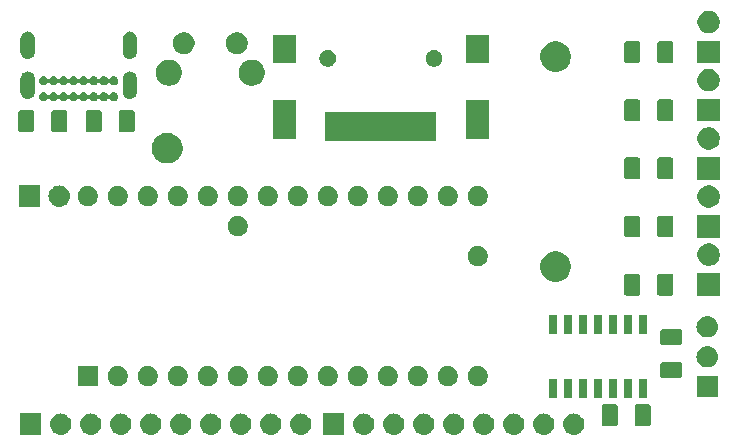
<source format=gbr>
G04 #@! TF.GenerationSoftware,KiCad,Pcbnew,5.0.2+dfsg1-1*
G04 #@! TF.CreationDate,2021-08-19T21:23:57+02:00*
G04 #@! TF.ProjectId,ergodox,6572676f-646f-4782-9e6b-696361645f70,rev?*
G04 #@! TF.SameCoordinates,Original*
G04 #@! TF.FileFunction,Soldermask,Top*
G04 #@! TF.FilePolarity,Negative*
%FSLAX46Y46*%
G04 Gerber Fmt 4.6, Leading zero omitted, Abs format (unit mm)*
G04 Created by KiCad (PCBNEW 5.0.2+dfsg1-1) date jeu 19 aoû 2021 21:23:57 CEST*
%MOMM*%
%LPD*%
G01*
G04 APERTURE LIST*
%ADD10C,0.100000*%
G04 APERTURE END LIST*
D10*
G36*
X143620442Y-113659518D02*
X143686627Y-113666037D01*
X143799853Y-113700384D01*
X143856467Y-113717557D01*
X143995087Y-113791652D01*
X144012991Y-113801222D01*
X144048729Y-113830552D01*
X144150186Y-113913814D01*
X144233448Y-114015271D01*
X144262778Y-114051009D01*
X144262779Y-114051011D01*
X144346443Y-114207533D01*
X144346443Y-114207534D01*
X144397963Y-114377373D01*
X144415359Y-114554000D01*
X144397963Y-114730627D01*
X144363616Y-114843853D01*
X144346443Y-114900467D01*
X144272348Y-115039087D01*
X144262778Y-115056991D01*
X144233448Y-115092729D01*
X144150186Y-115194186D01*
X144048729Y-115277448D01*
X144012991Y-115306778D01*
X144012989Y-115306779D01*
X143856467Y-115390443D01*
X143799853Y-115407616D01*
X143686627Y-115441963D01*
X143620442Y-115448482D01*
X143554260Y-115455000D01*
X143465740Y-115455000D01*
X143399558Y-115448482D01*
X143333373Y-115441963D01*
X143220147Y-115407616D01*
X143163533Y-115390443D01*
X143007011Y-115306779D01*
X143007009Y-115306778D01*
X142971271Y-115277448D01*
X142869814Y-115194186D01*
X142786552Y-115092729D01*
X142757222Y-115056991D01*
X142747652Y-115039087D01*
X142673557Y-114900467D01*
X142656384Y-114843853D01*
X142622037Y-114730627D01*
X142604641Y-114554000D01*
X142622037Y-114377373D01*
X142673557Y-114207534D01*
X142673557Y-114207533D01*
X142757221Y-114051011D01*
X142757222Y-114051009D01*
X142786552Y-114015271D01*
X142869814Y-113913814D01*
X142971271Y-113830552D01*
X143007009Y-113801222D01*
X143024913Y-113791652D01*
X143163533Y-113717557D01*
X143220147Y-113700384D01*
X143333373Y-113666037D01*
X143399558Y-113659518D01*
X143465740Y-113653000D01*
X143554260Y-113653000D01*
X143620442Y-113659518D01*
X143620442Y-113659518D01*
G37*
G36*
X98437000Y-115455000D02*
X96635000Y-115455000D01*
X96635000Y-113653000D01*
X98437000Y-113653000D01*
X98437000Y-115455000D01*
X98437000Y-115455000D01*
G37*
G36*
X124091000Y-115455000D02*
X122289000Y-115455000D01*
X122289000Y-113653000D01*
X124091000Y-113653000D01*
X124091000Y-115455000D01*
X124091000Y-115455000D01*
G37*
G36*
X125840442Y-113659518D02*
X125906627Y-113666037D01*
X126019853Y-113700384D01*
X126076467Y-113717557D01*
X126215087Y-113791652D01*
X126232991Y-113801222D01*
X126268729Y-113830552D01*
X126370186Y-113913814D01*
X126453448Y-114015271D01*
X126482778Y-114051009D01*
X126482779Y-114051011D01*
X126566443Y-114207533D01*
X126566443Y-114207534D01*
X126617963Y-114377373D01*
X126635359Y-114554000D01*
X126617963Y-114730627D01*
X126583616Y-114843853D01*
X126566443Y-114900467D01*
X126492348Y-115039087D01*
X126482778Y-115056991D01*
X126453448Y-115092729D01*
X126370186Y-115194186D01*
X126268729Y-115277448D01*
X126232991Y-115306778D01*
X126232989Y-115306779D01*
X126076467Y-115390443D01*
X126019853Y-115407616D01*
X125906627Y-115441963D01*
X125840442Y-115448482D01*
X125774260Y-115455000D01*
X125685740Y-115455000D01*
X125619558Y-115448482D01*
X125553373Y-115441963D01*
X125440147Y-115407616D01*
X125383533Y-115390443D01*
X125227011Y-115306779D01*
X125227009Y-115306778D01*
X125191271Y-115277448D01*
X125089814Y-115194186D01*
X125006552Y-115092729D01*
X124977222Y-115056991D01*
X124967652Y-115039087D01*
X124893557Y-114900467D01*
X124876384Y-114843853D01*
X124842037Y-114730627D01*
X124824641Y-114554000D01*
X124842037Y-114377373D01*
X124893557Y-114207534D01*
X124893557Y-114207533D01*
X124977221Y-114051011D01*
X124977222Y-114051009D01*
X125006552Y-114015271D01*
X125089814Y-113913814D01*
X125191271Y-113830552D01*
X125227009Y-113801222D01*
X125244913Y-113791652D01*
X125383533Y-113717557D01*
X125440147Y-113700384D01*
X125553373Y-113666037D01*
X125619558Y-113659518D01*
X125685740Y-113653000D01*
X125774260Y-113653000D01*
X125840442Y-113659518D01*
X125840442Y-113659518D01*
G37*
G36*
X128380442Y-113659518D02*
X128446627Y-113666037D01*
X128559853Y-113700384D01*
X128616467Y-113717557D01*
X128755087Y-113791652D01*
X128772991Y-113801222D01*
X128808729Y-113830552D01*
X128910186Y-113913814D01*
X128993448Y-114015271D01*
X129022778Y-114051009D01*
X129022779Y-114051011D01*
X129106443Y-114207533D01*
X129106443Y-114207534D01*
X129157963Y-114377373D01*
X129175359Y-114554000D01*
X129157963Y-114730627D01*
X129123616Y-114843853D01*
X129106443Y-114900467D01*
X129032348Y-115039087D01*
X129022778Y-115056991D01*
X128993448Y-115092729D01*
X128910186Y-115194186D01*
X128808729Y-115277448D01*
X128772991Y-115306778D01*
X128772989Y-115306779D01*
X128616467Y-115390443D01*
X128559853Y-115407616D01*
X128446627Y-115441963D01*
X128380442Y-115448482D01*
X128314260Y-115455000D01*
X128225740Y-115455000D01*
X128159558Y-115448482D01*
X128093373Y-115441963D01*
X127980147Y-115407616D01*
X127923533Y-115390443D01*
X127767011Y-115306779D01*
X127767009Y-115306778D01*
X127731271Y-115277448D01*
X127629814Y-115194186D01*
X127546552Y-115092729D01*
X127517222Y-115056991D01*
X127507652Y-115039087D01*
X127433557Y-114900467D01*
X127416384Y-114843853D01*
X127382037Y-114730627D01*
X127364641Y-114554000D01*
X127382037Y-114377373D01*
X127433557Y-114207534D01*
X127433557Y-114207533D01*
X127517221Y-114051011D01*
X127517222Y-114051009D01*
X127546552Y-114015271D01*
X127629814Y-113913814D01*
X127731271Y-113830552D01*
X127767009Y-113801222D01*
X127784913Y-113791652D01*
X127923533Y-113717557D01*
X127980147Y-113700384D01*
X128093373Y-113666037D01*
X128159558Y-113659518D01*
X128225740Y-113653000D01*
X128314260Y-113653000D01*
X128380442Y-113659518D01*
X128380442Y-113659518D01*
G37*
G36*
X130920442Y-113659518D02*
X130986627Y-113666037D01*
X131099853Y-113700384D01*
X131156467Y-113717557D01*
X131295087Y-113791652D01*
X131312991Y-113801222D01*
X131348729Y-113830552D01*
X131450186Y-113913814D01*
X131533448Y-114015271D01*
X131562778Y-114051009D01*
X131562779Y-114051011D01*
X131646443Y-114207533D01*
X131646443Y-114207534D01*
X131697963Y-114377373D01*
X131715359Y-114554000D01*
X131697963Y-114730627D01*
X131663616Y-114843853D01*
X131646443Y-114900467D01*
X131572348Y-115039087D01*
X131562778Y-115056991D01*
X131533448Y-115092729D01*
X131450186Y-115194186D01*
X131348729Y-115277448D01*
X131312991Y-115306778D01*
X131312989Y-115306779D01*
X131156467Y-115390443D01*
X131099853Y-115407616D01*
X130986627Y-115441963D01*
X130920442Y-115448482D01*
X130854260Y-115455000D01*
X130765740Y-115455000D01*
X130699558Y-115448482D01*
X130633373Y-115441963D01*
X130520147Y-115407616D01*
X130463533Y-115390443D01*
X130307011Y-115306779D01*
X130307009Y-115306778D01*
X130271271Y-115277448D01*
X130169814Y-115194186D01*
X130086552Y-115092729D01*
X130057222Y-115056991D01*
X130047652Y-115039087D01*
X129973557Y-114900467D01*
X129956384Y-114843853D01*
X129922037Y-114730627D01*
X129904641Y-114554000D01*
X129922037Y-114377373D01*
X129973557Y-114207534D01*
X129973557Y-114207533D01*
X130057221Y-114051011D01*
X130057222Y-114051009D01*
X130086552Y-114015271D01*
X130169814Y-113913814D01*
X130271271Y-113830552D01*
X130307009Y-113801222D01*
X130324913Y-113791652D01*
X130463533Y-113717557D01*
X130520147Y-113700384D01*
X130633373Y-113666037D01*
X130699558Y-113659518D01*
X130765740Y-113653000D01*
X130854260Y-113653000D01*
X130920442Y-113659518D01*
X130920442Y-113659518D01*
G37*
G36*
X133460442Y-113659518D02*
X133526627Y-113666037D01*
X133639853Y-113700384D01*
X133696467Y-113717557D01*
X133835087Y-113791652D01*
X133852991Y-113801222D01*
X133888729Y-113830552D01*
X133990186Y-113913814D01*
X134073448Y-114015271D01*
X134102778Y-114051009D01*
X134102779Y-114051011D01*
X134186443Y-114207533D01*
X134186443Y-114207534D01*
X134237963Y-114377373D01*
X134255359Y-114554000D01*
X134237963Y-114730627D01*
X134203616Y-114843853D01*
X134186443Y-114900467D01*
X134112348Y-115039087D01*
X134102778Y-115056991D01*
X134073448Y-115092729D01*
X133990186Y-115194186D01*
X133888729Y-115277448D01*
X133852991Y-115306778D01*
X133852989Y-115306779D01*
X133696467Y-115390443D01*
X133639853Y-115407616D01*
X133526627Y-115441963D01*
X133460442Y-115448482D01*
X133394260Y-115455000D01*
X133305740Y-115455000D01*
X133239558Y-115448482D01*
X133173373Y-115441963D01*
X133060147Y-115407616D01*
X133003533Y-115390443D01*
X132847011Y-115306779D01*
X132847009Y-115306778D01*
X132811271Y-115277448D01*
X132709814Y-115194186D01*
X132626552Y-115092729D01*
X132597222Y-115056991D01*
X132587652Y-115039087D01*
X132513557Y-114900467D01*
X132496384Y-114843853D01*
X132462037Y-114730627D01*
X132444641Y-114554000D01*
X132462037Y-114377373D01*
X132513557Y-114207534D01*
X132513557Y-114207533D01*
X132597221Y-114051011D01*
X132597222Y-114051009D01*
X132626552Y-114015271D01*
X132709814Y-113913814D01*
X132811271Y-113830552D01*
X132847009Y-113801222D01*
X132864913Y-113791652D01*
X133003533Y-113717557D01*
X133060147Y-113700384D01*
X133173373Y-113666037D01*
X133239558Y-113659518D01*
X133305740Y-113653000D01*
X133394260Y-113653000D01*
X133460442Y-113659518D01*
X133460442Y-113659518D01*
G37*
G36*
X136000442Y-113659518D02*
X136066627Y-113666037D01*
X136179853Y-113700384D01*
X136236467Y-113717557D01*
X136375087Y-113791652D01*
X136392991Y-113801222D01*
X136428729Y-113830552D01*
X136530186Y-113913814D01*
X136613448Y-114015271D01*
X136642778Y-114051009D01*
X136642779Y-114051011D01*
X136726443Y-114207533D01*
X136726443Y-114207534D01*
X136777963Y-114377373D01*
X136795359Y-114554000D01*
X136777963Y-114730627D01*
X136743616Y-114843853D01*
X136726443Y-114900467D01*
X136652348Y-115039087D01*
X136642778Y-115056991D01*
X136613448Y-115092729D01*
X136530186Y-115194186D01*
X136428729Y-115277448D01*
X136392991Y-115306778D01*
X136392989Y-115306779D01*
X136236467Y-115390443D01*
X136179853Y-115407616D01*
X136066627Y-115441963D01*
X136000442Y-115448482D01*
X135934260Y-115455000D01*
X135845740Y-115455000D01*
X135779558Y-115448482D01*
X135713373Y-115441963D01*
X135600147Y-115407616D01*
X135543533Y-115390443D01*
X135387011Y-115306779D01*
X135387009Y-115306778D01*
X135351271Y-115277448D01*
X135249814Y-115194186D01*
X135166552Y-115092729D01*
X135137222Y-115056991D01*
X135127652Y-115039087D01*
X135053557Y-114900467D01*
X135036384Y-114843853D01*
X135002037Y-114730627D01*
X134984641Y-114554000D01*
X135002037Y-114377373D01*
X135053557Y-114207534D01*
X135053557Y-114207533D01*
X135137221Y-114051011D01*
X135137222Y-114051009D01*
X135166552Y-114015271D01*
X135249814Y-113913814D01*
X135351271Y-113830552D01*
X135387009Y-113801222D01*
X135404913Y-113791652D01*
X135543533Y-113717557D01*
X135600147Y-113700384D01*
X135713373Y-113666037D01*
X135779558Y-113659518D01*
X135845740Y-113653000D01*
X135934260Y-113653000D01*
X136000442Y-113659518D01*
X136000442Y-113659518D01*
G37*
G36*
X138540442Y-113659518D02*
X138606627Y-113666037D01*
X138719853Y-113700384D01*
X138776467Y-113717557D01*
X138915087Y-113791652D01*
X138932991Y-113801222D01*
X138968729Y-113830552D01*
X139070186Y-113913814D01*
X139153448Y-114015271D01*
X139182778Y-114051009D01*
X139182779Y-114051011D01*
X139266443Y-114207533D01*
X139266443Y-114207534D01*
X139317963Y-114377373D01*
X139335359Y-114554000D01*
X139317963Y-114730627D01*
X139283616Y-114843853D01*
X139266443Y-114900467D01*
X139192348Y-115039087D01*
X139182778Y-115056991D01*
X139153448Y-115092729D01*
X139070186Y-115194186D01*
X138968729Y-115277448D01*
X138932991Y-115306778D01*
X138932989Y-115306779D01*
X138776467Y-115390443D01*
X138719853Y-115407616D01*
X138606627Y-115441963D01*
X138540442Y-115448482D01*
X138474260Y-115455000D01*
X138385740Y-115455000D01*
X138319558Y-115448482D01*
X138253373Y-115441963D01*
X138140147Y-115407616D01*
X138083533Y-115390443D01*
X137927011Y-115306779D01*
X137927009Y-115306778D01*
X137891271Y-115277448D01*
X137789814Y-115194186D01*
X137706552Y-115092729D01*
X137677222Y-115056991D01*
X137667652Y-115039087D01*
X137593557Y-114900467D01*
X137576384Y-114843853D01*
X137542037Y-114730627D01*
X137524641Y-114554000D01*
X137542037Y-114377373D01*
X137593557Y-114207534D01*
X137593557Y-114207533D01*
X137677221Y-114051011D01*
X137677222Y-114051009D01*
X137706552Y-114015271D01*
X137789814Y-113913814D01*
X137891271Y-113830552D01*
X137927009Y-113801222D01*
X137944913Y-113791652D01*
X138083533Y-113717557D01*
X138140147Y-113700384D01*
X138253373Y-113666037D01*
X138319558Y-113659518D01*
X138385740Y-113653000D01*
X138474260Y-113653000D01*
X138540442Y-113659518D01*
X138540442Y-113659518D01*
G37*
G36*
X141080442Y-113659518D02*
X141146627Y-113666037D01*
X141259853Y-113700384D01*
X141316467Y-113717557D01*
X141455087Y-113791652D01*
X141472991Y-113801222D01*
X141508729Y-113830552D01*
X141610186Y-113913814D01*
X141693448Y-114015271D01*
X141722778Y-114051009D01*
X141722779Y-114051011D01*
X141806443Y-114207533D01*
X141806443Y-114207534D01*
X141857963Y-114377373D01*
X141875359Y-114554000D01*
X141857963Y-114730627D01*
X141823616Y-114843853D01*
X141806443Y-114900467D01*
X141732348Y-115039087D01*
X141722778Y-115056991D01*
X141693448Y-115092729D01*
X141610186Y-115194186D01*
X141508729Y-115277448D01*
X141472991Y-115306778D01*
X141472989Y-115306779D01*
X141316467Y-115390443D01*
X141259853Y-115407616D01*
X141146627Y-115441963D01*
X141080442Y-115448482D01*
X141014260Y-115455000D01*
X140925740Y-115455000D01*
X140859558Y-115448482D01*
X140793373Y-115441963D01*
X140680147Y-115407616D01*
X140623533Y-115390443D01*
X140467011Y-115306779D01*
X140467009Y-115306778D01*
X140431271Y-115277448D01*
X140329814Y-115194186D01*
X140246552Y-115092729D01*
X140217222Y-115056991D01*
X140207652Y-115039087D01*
X140133557Y-114900467D01*
X140116384Y-114843853D01*
X140082037Y-114730627D01*
X140064641Y-114554000D01*
X140082037Y-114377373D01*
X140133557Y-114207534D01*
X140133557Y-114207533D01*
X140217221Y-114051011D01*
X140217222Y-114051009D01*
X140246552Y-114015271D01*
X140329814Y-113913814D01*
X140431271Y-113830552D01*
X140467009Y-113801222D01*
X140484913Y-113791652D01*
X140623533Y-113717557D01*
X140680147Y-113700384D01*
X140793373Y-113666037D01*
X140859558Y-113659518D01*
X140925740Y-113653000D01*
X141014260Y-113653000D01*
X141080442Y-113659518D01*
X141080442Y-113659518D01*
G37*
G36*
X102726442Y-113659518D02*
X102792627Y-113666037D01*
X102905853Y-113700384D01*
X102962467Y-113717557D01*
X103101087Y-113791652D01*
X103118991Y-113801222D01*
X103154729Y-113830552D01*
X103256186Y-113913814D01*
X103339448Y-114015271D01*
X103368778Y-114051009D01*
X103368779Y-114051011D01*
X103452443Y-114207533D01*
X103452443Y-114207534D01*
X103503963Y-114377373D01*
X103521359Y-114554000D01*
X103503963Y-114730627D01*
X103469616Y-114843853D01*
X103452443Y-114900467D01*
X103378348Y-115039087D01*
X103368778Y-115056991D01*
X103339448Y-115092729D01*
X103256186Y-115194186D01*
X103154729Y-115277448D01*
X103118991Y-115306778D01*
X103118989Y-115306779D01*
X102962467Y-115390443D01*
X102905853Y-115407616D01*
X102792627Y-115441963D01*
X102726442Y-115448482D01*
X102660260Y-115455000D01*
X102571740Y-115455000D01*
X102505558Y-115448482D01*
X102439373Y-115441963D01*
X102326147Y-115407616D01*
X102269533Y-115390443D01*
X102113011Y-115306779D01*
X102113009Y-115306778D01*
X102077271Y-115277448D01*
X101975814Y-115194186D01*
X101892552Y-115092729D01*
X101863222Y-115056991D01*
X101853652Y-115039087D01*
X101779557Y-114900467D01*
X101762384Y-114843853D01*
X101728037Y-114730627D01*
X101710641Y-114554000D01*
X101728037Y-114377373D01*
X101779557Y-114207534D01*
X101779557Y-114207533D01*
X101863221Y-114051011D01*
X101863222Y-114051009D01*
X101892552Y-114015271D01*
X101975814Y-113913814D01*
X102077271Y-113830552D01*
X102113009Y-113801222D01*
X102130913Y-113791652D01*
X102269533Y-113717557D01*
X102326147Y-113700384D01*
X102439373Y-113666037D01*
X102505558Y-113659518D01*
X102571740Y-113653000D01*
X102660260Y-113653000D01*
X102726442Y-113659518D01*
X102726442Y-113659518D01*
G37*
G36*
X105266442Y-113659518D02*
X105332627Y-113666037D01*
X105445853Y-113700384D01*
X105502467Y-113717557D01*
X105641087Y-113791652D01*
X105658991Y-113801222D01*
X105694729Y-113830552D01*
X105796186Y-113913814D01*
X105879448Y-114015271D01*
X105908778Y-114051009D01*
X105908779Y-114051011D01*
X105992443Y-114207533D01*
X105992443Y-114207534D01*
X106043963Y-114377373D01*
X106061359Y-114554000D01*
X106043963Y-114730627D01*
X106009616Y-114843853D01*
X105992443Y-114900467D01*
X105918348Y-115039087D01*
X105908778Y-115056991D01*
X105879448Y-115092729D01*
X105796186Y-115194186D01*
X105694729Y-115277448D01*
X105658991Y-115306778D01*
X105658989Y-115306779D01*
X105502467Y-115390443D01*
X105445853Y-115407616D01*
X105332627Y-115441963D01*
X105266442Y-115448482D01*
X105200260Y-115455000D01*
X105111740Y-115455000D01*
X105045558Y-115448482D01*
X104979373Y-115441963D01*
X104866147Y-115407616D01*
X104809533Y-115390443D01*
X104653011Y-115306779D01*
X104653009Y-115306778D01*
X104617271Y-115277448D01*
X104515814Y-115194186D01*
X104432552Y-115092729D01*
X104403222Y-115056991D01*
X104393652Y-115039087D01*
X104319557Y-114900467D01*
X104302384Y-114843853D01*
X104268037Y-114730627D01*
X104250641Y-114554000D01*
X104268037Y-114377373D01*
X104319557Y-114207534D01*
X104319557Y-114207533D01*
X104403221Y-114051011D01*
X104403222Y-114051009D01*
X104432552Y-114015271D01*
X104515814Y-113913814D01*
X104617271Y-113830552D01*
X104653009Y-113801222D01*
X104670913Y-113791652D01*
X104809533Y-113717557D01*
X104866147Y-113700384D01*
X104979373Y-113666037D01*
X105045558Y-113659518D01*
X105111740Y-113653000D01*
X105200260Y-113653000D01*
X105266442Y-113659518D01*
X105266442Y-113659518D01*
G37*
G36*
X107806442Y-113659518D02*
X107872627Y-113666037D01*
X107985853Y-113700384D01*
X108042467Y-113717557D01*
X108181087Y-113791652D01*
X108198991Y-113801222D01*
X108234729Y-113830552D01*
X108336186Y-113913814D01*
X108419448Y-114015271D01*
X108448778Y-114051009D01*
X108448779Y-114051011D01*
X108532443Y-114207533D01*
X108532443Y-114207534D01*
X108583963Y-114377373D01*
X108601359Y-114554000D01*
X108583963Y-114730627D01*
X108549616Y-114843853D01*
X108532443Y-114900467D01*
X108458348Y-115039087D01*
X108448778Y-115056991D01*
X108419448Y-115092729D01*
X108336186Y-115194186D01*
X108234729Y-115277448D01*
X108198991Y-115306778D01*
X108198989Y-115306779D01*
X108042467Y-115390443D01*
X107985853Y-115407616D01*
X107872627Y-115441963D01*
X107806442Y-115448482D01*
X107740260Y-115455000D01*
X107651740Y-115455000D01*
X107585558Y-115448482D01*
X107519373Y-115441963D01*
X107406147Y-115407616D01*
X107349533Y-115390443D01*
X107193011Y-115306779D01*
X107193009Y-115306778D01*
X107157271Y-115277448D01*
X107055814Y-115194186D01*
X106972552Y-115092729D01*
X106943222Y-115056991D01*
X106933652Y-115039087D01*
X106859557Y-114900467D01*
X106842384Y-114843853D01*
X106808037Y-114730627D01*
X106790641Y-114554000D01*
X106808037Y-114377373D01*
X106859557Y-114207534D01*
X106859557Y-114207533D01*
X106943221Y-114051011D01*
X106943222Y-114051009D01*
X106972552Y-114015271D01*
X107055814Y-113913814D01*
X107157271Y-113830552D01*
X107193009Y-113801222D01*
X107210913Y-113791652D01*
X107349533Y-113717557D01*
X107406147Y-113700384D01*
X107519373Y-113666037D01*
X107585558Y-113659518D01*
X107651740Y-113653000D01*
X107740260Y-113653000D01*
X107806442Y-113659518D01*
X107806442Y-113659518D01*
G37*
G36*
X110346442Y-113659518D02*
X110412627Y-113666037D01*
X110525853Y-113700384D01*
X110582467Y-113717557D01*
X110721087Y-113791652D01*
X110738991Y-113801222D01*
X110774729Y-113830552D01*
X110876186Y-113913814D01*
X110959448Y-114015271D01*
X110988778Y-114051009D01*
X110988779Y-114051011D01*
X111072443Y-114207533D01*
X111072443Y-114207534D01*
X111123963Y-114377373D01*
X111141359Y-114554000D01*
X111123963Y-114730627D01*
X111089616Y-114843853D01*
X111072443Y-114900467D01*
X110998348Y-115039087D01*
X110988778Y-115056991D01*
X110959448Y-115092729D01*
X110876186Y-115194186D01*
X110774729Y-115277448D01*
X110738991Y-115306778D01*
X110738989Y-115306779D01*
X110582467Y-115390443D01*
X110525853Y-115407616D01*
X110412627Y-115441963D01*
X110346442Y-115448482D01*
X110280260Y-115455000D01*
X110191740Y-115455000D01*
X110125558Y-115448482D01*
X110059373Y-115441963D01*
X109946147Y-115407616D01*
X109889533Y-115390443D01*
X109733011Y-115306779D01*
X109733009Y-115306778D01*
X109697271Y-115277448D01*
X109595814Y-115194186D01*
X109512552Y-115092729D01*
X109483222Y-115056991D01*
X109473652Y-115039087D01*
X109399557Y-114900467D01*
X109382384Y-114843853D01*
X109348037Y-114730627D01*
X109330641Y-114554000D01*
X109348037Y-114377373D01*
X109399557Y-114207534D01*
X109399557Y-114207533D01*
X109483221Y-114051011D01*
X109483222Y-114051009D01*
X109512552Y-114015271D01*
X109595814Y-113913814D01*
X109697271Y-113830552D01*
X109733009Y-113801222D01*
X109750913Y-113791652D01*
X109889533Y-113717557D01*
X109946147Y-113700384D01*
X110059373Y-113666037D01*
X110125558Y-113659518D01*
X110191740Y-113653000D01*
X110280260Y-113653000D01*
X110346442Y-113659518D01*
X110346442Y-113659518D01*
G37*
G36*
X112886442Y-113659518D02*
X112952627Y-113666037D01*
X113065853Y-113700384D01*
X113122467Y-113717557D01*
X113261087Y-113791652D01*
X113278991Y-113801222D01*
X113314729Y-113830552D01*
X113416186Y-113913814D01*
X113499448Y-114015271D01*
X113528778Y-114051009D01*
X113528779Y-114051011D01*
X113612443Y-114207533D01*
X113612443Y-114207534D01*
X113663963Y-114377373D01*
X113681359Y-114554000D01*
X113663963Y-114730627D01*
X113629616Y-114843853D01*
X113612443Y-114900467D01*
X113538348Y-115039087D01*
X113528778Y-115056991D01*
X113499448Y-115092729D01*
X113416186Y-115194186D01*
X113314729Y-115277448D01*
X113278991Y-115306778D01*
X113278989Y-115306779D01*
X113122467Y-115390443D01*
X113065853Y-115407616D01*
X112952627Y-115441963D01*
X112886442Y-115448482D01*
X112820260Y-115455000D01*
X112731740Y-115455000D01*
X112665558Y-115448482D01*
X112599373Y-115441963D01*
X112486147Y-115407616D01*
X112429533Y-115390443D01*
X112273011Y-115306779D01*
X112273009Y-115306778D01*
X112237271Y-115277448D01*
X112135814Y-115194186D01*
X112052552Y-115092729D01*
X112023222Y-115056991D01*
X112013652Y-115039087D01*
X111939557Y-114900467D01*
X111922384Y-114843853D01*
X111888037Y-114730627D01*
X111870641Y-114554000D01*
X111888037Y-114377373D01*
X111939557Y-114207534D01*
X111939557Y-114207533D01*
X112023221Y-114051011D01*
X112023222Y-114051009D01*
X112052552Y-114015271D01*
X112135814Y-113913814D01*
X112237271Y-113830552D01*
X112273009Y-113801222D01*
X112290913Y-113791652D01*
X112429533Y-113717557D01*
X112486147Y-113700384D01*
X112599373Y-113666037D01*
X112665558Y-113659518D01*
X112731740Y-113653000D01*
X112820260Y-113653000D01*
X112886442Y-113659518D01*
X112886442Y-113659518D01*
G37*
G36*
X115426442Y-113659518D02*
X115492627Y-113666037D01*
X115605853Y-113700384D01*
X115662467Y-113717557D01*
X115801087Y-113791652D01*
X115818991Y-113801222D01*
X115854729Y-113830552D01*
X115956186Y-113913814D01*
X116039448Y-114015271D01*
X116068778Y-114051009D01*
X116068779Y-114051011D01*
X116152443Y-114207533D01*
X116152443Y-114207534D01*
X116203963Y-114377373D01*
X116221359Y-114554000D01*
X116203963Y-114730627D01*
X116169616Y-114843853D01*
X116152443Y-114900467D01*
X116078348Y-115039087D01*
X116068778Y-115056991D01*
X116039448Y-115092729D01*
X115956186Y-115194186D01*
X115854729Y-115277448D01*
X115818991Y-115306778D01*
X115818989Y-115306779D01*
X115662467Y-115390443D01*
X115605853Y-115407616D01*
X115492627Y-115441963D01*
X115426442Y-115448482D01*
X115360260Y-115455000D01*
X115271740Y-115455000D01*
X115205558Y-115448482D01*
X115139373Y-115441963D01*
X115026147Y-115407616D01*
X114969533Y-115390443D01*
X114813011Y-115306779D01*
X114813009Y-115306778D01*
X114777271Y-115277448D01*
X114675814Y-115194186D01*
X114592552Y-115092729D01*
X114563222Y-115056991D01*
X114553652Y-115039087D01*
X114479557Y-114900467D01*
X114462384Y-114843853D01*
X114428037Y-114730627D01*
X114410641Y-114554000D01*
X114428037Y-114377373D01*
X114479557Y-114207534D01*
X114479557Y-114207533D01*
X114563221Y-114051011D01*
X114563222Y-114051009D01*
X114592552Y-114015271D01*
X114675814Y-113913814D01*
X114777271Y-113830552D01*
X114813009Y-113801222D01*
X114830913Y-113791652D01*
X114969533Y-113717557D01*
X115026147Y-113700384D01*
X115139373Y-113666037D01*
X115205558Y-113659518D01*
X115271740Y-113653000D01*
X115360260Y-113653000D01*
X115426442Y-113659518D01*
X115426442Y-113659518D01*
G37*
G36*
X117966442Y-113659518D02*
X118032627Y-113666037D01*
X118145853Y-113700384D01*
X118202467Y-113717557D01*
X118341087Y-113791652D01*
X118358991Y-113801222D01*
X118394729Y-113830552D01*
X118496186Y-113913814D01*
X118579448Y-114015271D01*
X118608778Y-114051009D01*
X118608779Y-114051011D01*
X118692443Y-114207533D01*
X118692443Y-114207534D01*
X118743963Y-114377373D01*
X118761359Y-114554000D01*
X118743963Y-114730627D01*
X118709616Y-114843853D01*
X118692443Y-114900467D01*
X118618348Y-115039087D01*
X118608778Y-115056991D01*
X118579448Y-115092729D01*
X118496186Y-115194186D01*
X118394729Y-115277448D01*
X118358991Y-115306778D01*
X118358989Y-115306779D01*
X118202467Y-115390443D01*
X118145853Y-115407616D01*
X118032627Y-115441963D01*
X117966442Y-115448482D01*
X117900260Y-115455000D01*
X117811740Y-115455000D01*
X117745558Y-115448482D01*
X117679373Y-115441963D01*
X117566147Y-115407616D01*
X117509533Y-115390443D01*
X117353011Y-115306779D01*
X117353009Y-115306778D01*
X117317271Y-115277448D01*
X117215814Y-115194186D01*
X117132552Y-115092729D01*
X117103222Y-115056991D01*
X117093652Y-115039087D01*
X117019557Y-114900467D01*
X117002384Y-114843853D01*
X116968037Y-114730627D01*
X116950641Y-114554000D01*
X116968037Y-114377373D01*
X117019557Y-114207534D01*
X117019557Y-114207533D01*
X117103221Y-114051011D01*
X117103222Y-114051009D01*
X117132552Y-114015271D01*
X117215814Y-113913814D01*
X117317271Y-113830552D01*
X117353009Y-113801222D01*
X117370913Y-113791652D01*
X117509533Y-113717557D01*
X117566147Y-113700384D01*
X117679373Y-113666037D01*
X117745558Y-113659518D01*
X117811740Y-113653000D01*
X117900260Y-113653000D01*
X117966442Y-113659518D01*
X117966442Y-113659518D01*
G37*
G36*
X120506442Y-113659518D02*
X120572627Y-113666037D01*
X120685853Y-113700384D01*
X120742467Y-113717557D01*
X120881087Y-113791652D01*
X120898991Y-113801222D01*
X120934729Y-113830552D01*
X121036186Y-113913814D01*
X121119448Y-114015271D01*
X121148778Y-114051009D01*
X121148779Y-114051011D01*
X121232443Y-114207533D01*
X121232443Y-114207534D01*
X121283963Y-114377373D01*
X121301359Y-114554000D01*
X121283963Y-114730627D01*
X121249616Y-114843853D01*
X121232443Y-114900467D01*
X121158348Y-115039087D01*
X121148778Y-115056991D01*
X121119448Y-115092729D01*
X121036186Y-115194186D01*
X120934729Y-115277448D01*
X120898991Y-115306778D01*
X120898989Y-115306779D01*
X120742467Y-115390443D01*
X120685853Y-115407616D01*
X120572627Y-115441963D01*
X120506442Y-115448482D01*
X120440260Y-115455000D01*
X120351740Y-115455000D01*
X120285558Y-115448482D01*
X120219373Y-115441963D01*
X120106147Y-115407616D01*
X120049533Y-115390443D01*
X119893011Y-115306779D01*
X119893009Y-115306778D01*
X119857271Y-115277448D01*
X119755814Y-115194186D01*
X119672552Y-115092729D01*
X119643222Y-115056991D01*
X119633652Y-115039087D01*
X119559557Y-114900467D01*
X119542384Y-114843853D01*
X119508037Y-114730627D01*
X119490641Y-114554000D01*
X119508037Y-114377373D01*
X119559557Y-114207534D01*
X119559557Y-114207533D01*
X119643221Y-114051011D01*
X119643222Y-114051009D01*
X119672552Y-114015271D01*
X119755814Y-113913814D01*
X119857271Y-113830552D01*
X119893009Y-113801222D01*
X119910913Y-113791652D01*
X120049533Y-113717557D01*
X120106147Y-113700384D01*
X120219373Y-113666037D01*
X120285558Y-113659518D01*
X120351740Y-113653000D01*
X120440260Y-113653000D01*
X120506442Y-113659518D01*
X120506442Y-113659518D01*
G37*
G36*
X100186442Y-113659518D02*
X100252627Y-113666037D01*
X100365853Y-113700384D01*
X100422467Y-113717557D01*
X100561087Y-113791652D01*
X100578991Y-113801222D01*
X100614729Y-113830552D01*
X100716186Y-113913814D01*
X100799448Y-114015271D01*
X100828778Y-114051009D01*
X100828779Y-114051011D01*
X100912443Y-114207533D01*
X100912443Y-114207534D01*
X100963963Y-114377373D01*
X100981359Y-114554000D01*
X100963963Y-114730627D01*
X100929616Y-114843853D01*
X100912443Y-114900467D01*
X100838348Y-115039087D01*
X100828778Y-115056991D01*
X100799448Y-115092729D01*
X100716186Y-115194186D01*
X100614729Y-115277448D01*
X100578991Y-115306778D01*
X100578989Y-115306779D01*
X100422467Y-115390443D01*
X100365853Y-115407616D01*
X100252627Y-115441963D01*
X100186442Y-115448482D01*
X100120260Y-115455000D01*
X100031740Y-115455000D01*
X99965558Y-115448482D01*
X99899373Y-115441963D01*
X99786147Y-115407616D01*
X99729533Y-115390443D01*
X99573011Y-115306779D01*
X99573009Y-115306778D01*
X99537271Y-115277448D01*
X99435814Y-115194186D01*
X99352552Y-115092729D01*
X99323222Y-115056991D01*
X99313652Y-115039087D01*
X99239557Y-114900467D01*
X99222384Y-114843853D01*
X99188037Y-114730627D01*
X99170641Y-114554000D01*
X99188037Y-114377373D01*
X99239557Y-114207534D01*
X99239557Y-114207533D01*
X99323221Y-114051011D01*
X99323222Y-114051009D01*
X99352552Y-114015271D01*
X99435814Y-113913814D01*
X99537271Y-113830552D01*
X99573009Y-113801222D01*
X99590913Y-113791652D01*
X99729533Y-113717557D01*
X99786147Y-113700384D01*
X99899373Y-113666037D01*
X99965558Y-113659518D01*
X100031740Y-113653000D01*
X100120260Y-113653000D01*
X100186442Y-113659518D01*
X100186442Y-113659518D01*
G37*
G36*
X149873604Y-112870347D02*
X149910145Y-112881432D01*
X149943820Y-112899431D01*
X149973341Y-112923659D01*
X149997569Y-112953180D01*
X150015568Y-112986855D01*
X150026653Y-113023396D01*
X150031000Y-113067538D01*
X150031000Y-114516462D01*
X150026653Y-114560604D01*
X150015568Y-114597145D01*
X149997569Y-114630820D01*
X149973341Y-114660341D01*
X149943820Y-114684569D01*
X149910145Y-114702568D01*
X149873604Y-114713653D01*
X149829462Y-114718000D01*
X148880538Y-114718000D01*
X148836396Y-114713653D01*
X148799855Y-114702568D01*
X148766180Y-114684569D01*
X148736659Y-114660341D01*
X148712431Y-114630820D01*
X148694432Y-114597145D01*
X148683347Y-114560604D01*
X148679000Y-114516462D01*
X148679000Y-113067538D01*
X148683347Y-113023396D01*
X148694432Y-112986855D01*
X148712431Y-112953180D01*
X148736659Y-112923659D01*
X148766180Y-112899431D01*
X148799855Y-112881432D01*
X148836396Y-112870347D01*
X148880538Y-112866000D01*
X149829462Y-112866000D01*
X149873604Y-112870347D01*
X149873604Y-112870347D01*
G37*
G36*
X147073604Y-112870347D02*
X147110145Y-112881432D01*
X147143820Y-112899431D01*
X147173341Y-112923659D01*
X147197569Y-112953180D01*
X147215568Y-112986855D01*
X147226653Y-113023396D01*
X147231000Y-113067538D01*
X147231000Y-114516462D01*
X147226653Y-114560604D01*
X147215568Y-114597145D01*
X147197569Y-114630820D01*
X147173341Y-114660341D01*
X147143820Y-114684569D01*
X147110145Y-114702568D01*
X147073604Y-114713653D01*
X147029462Y-114718000D01*
X146080538Y-114718000D01*
X146036396Y-114713653D01*
X145999855Y-114702568D01*
X145966180Y-114684569D01*
X145936659Y-114660341D01*
X145912431Y-114630820D01*
X145894432Y-114597145D01*
X145883347Y-114560604D01*
X145879000Y-114516462D01*
X145879000Y-113067538D01*
X145883347Y-113023396D01*
X145894432Y-112986855D01*
X145912431Y-112953180D01*
X145936659Y-112923659D01*
X145966180Y-112899431D01*
X145999855Y-112881432D01*
X146036396Y-112870347D01*
X146080538Y-112866000D01*
X147029462Y-112866000D01*
X147073604Y-112870347D01*
X147073604Y-112870347D01*
G37*
G36*
X143396000Y-112340000D02*
X142694000Y-112340000D01*
X142694000Y-110738000D01*
X143396000Y-110738000D01*
X143396000Y-112340000D01*
X143396000Y-112340000D01*
G37*
G36*
X148476000Y-112340000D02*
X147774000Y-112340000D01*
X147774000Y-110738000D01*
X148476000Y-110738000D01*
X148476000Y-112340000D01*
X148476000Y-112340000D01*
G37*
G36*
X147206000Y-112340000D02*
X146504000Y-112340000D01*
X146504000Y-110738000D01*
X147206000Y-110738000D01*
X147206000Y-112340000D01*
X147206000Y-112340000D01*
G37*
G36*
X145936000Y-112340000D02*
X145234000Y-112340000D01*
X145234000Y-110738000D01*
X145936000Y-110738000D01*
X145936000Y-112340000D01*
X145936000Y-112340000D01*
G37*
G36*
X144666000Y-112340000D02*
X143964000Y-112340000D01*
X143964000Y-110738000D01*
X144666000Y-110738000D01*
X144666000Y-112340000D01*
X144666000Y-112340000D01*
G37*
G36*
X142126000Y-112340000D02*
X141424000Y-112340000D01*
X141424000Y-110738000D01*
X142126000Y-110738000D01*
X142126000Y-112340000D01*
X142126000Y-112340000D01*
G37*
G36*
X149746000Y-112340000D02*
X149044000Y-112340000D01*
X149044000Y-110738000D01*
X149746000Y-110738000D01*
X149746000Y-112340000D01*
X149746000Y-112340000D01*
G37*
G36*
X155714000Y-112280000D02*
X153912000Y-112280000D01*
X153912000Y-110478000D01*
X155714000Y-110478000D01*
X155714000Y-112280000D01*
X155714000Y-112280000D01*
G37*
G36*
X130550228Y-109671703D02*
X130705100Y-109735853D01*
X130844481Y-109828985D01*
X130963015Y-109947519D01*
X131056147Y-110086900D01*
X131120297Y-110241772D01*
X131153000Y-110406184D01*
X131153000Y-110573816D01*
X131120297Y-110738228D01*
X131056147Y-110893100D01*
X130963015Y-111032481D01*
X130844481Y-111151015D01*
X130705100Y-111244147D01*
X130550228Y-111308297D01*
X130385816Y-111341000D01*
X130218184Y-111341000D01*
X130053772Y-111308297D01*
X129898900Y-111244147D01*
X129759519Y-111151015D01*
X129640985Y-111032481D01*
X129547853Y-110893100D01*
X129483703Y-110738228D01*
X129451000Y-110573816D01*
X129451000Y-110406184D01*
X129483703Y-110241772D01*
X129547853Y-110086900D01*
X129640985Y-109947519D01*
X129759519Y-109828985D01*
X129898900Y-109735853D01*
X130053772Y-109671703D01*
X130218184Y-109639000D01*
X130385816Y-109639000D01*
X130550228Y-109671703D01*
X130550228Y-109671703D01*
G37*
G36*
X103213000Y-111341000D02*
X101511000Y-111341000D01*
X101511000Y-109639000D01*
X103213000Y-109639000D01*
X103213000Y-111341000D01*
X103213000Y-111341000D01*
G37*
G36*
X107690228Y-109671703D02*
X107845100Y-109735853D01*
X107984481Y-109828985D01*
X108103015Y-109947519D01*
X108196147Y-110086900D01*
X108260297Y-110241772D01*
X108293000Y-110406184D01*
X108293000Y-110573816D01*
X108260297Y-110738228D01*
X108196147Y-110893100D01*
X108103015Y-111032481D01*
X107984481Y-111151015D01*
X107845100Y-111244147D01*
X107690228Y-111308297D01*
X107525816Y-111341000D01*
X107358184Y-111341000D01*
X107193772Y-111308297D01*
X107038900Y-111244147D01*
X106899519Y-111151015D01*
X106780985Y-111032481D01*
X106687853Y-110893100D01*
X106623703Y-110738228D01*
X106591000Y-110573816D01*
X106591000Y-110406184D01*
X106623703Y-110241772D01*
X106687853Y-110086900D01*
X106780985Y-109947519D01*
X106899519Y-109828985D01*
X107038900Y-109735853D01*
X107193772Y-109671703D01*
X107358184Y-109639000D01*
X107525816Y-109639000D01*
X107690228Y-109671703D01*
X107690228Y-109671703D01*
G37*
G36*
X105150228Y-109671703D02*
X105305100Y-109735853D01*
X105444481Y-109828985D01*
X105563015Y-109947519D01*
X105656147Y-110086900D01*
X105720297Y-110241772D01*
X105753000Y-110406184D01*
X105753000Y-110573816D01*
X105720297Y-110738228D01*
X105656147Y-110893100D01*
X105563015Y-111032481D01*
X105444481Y-111151015D01*
X105305100Y-111244147D01*
X105150228Y-111308297D01*
X104985816Y-111341000D01*
X104818184Y-111341000D01*
X104653772Y-111308297D01*
X104498900Y-111244147D01*
X104359519Y-111151015D01*
X104240985Y-111032481D01*
X104147853Y-110893100D01*
X104083703Y-110738228D01*
X104051000Y-110573816D01*
X104051000Y-110406184D01*
X104083703Y-110241772D01*
X104147853Y-110086900D01*
X104240985Y-109947519D01*
X104359519Y-109828985D01*
X104498900Y-109735853D01*
X104653772Y-109671703D01*
X104818184Y-109639000D01*
X104985816Y-109639000D01*
X105150228Y-109671703D01*
X105150228Y-109671703D01*
G37*
G36*
X135630228Y-109671703D02*
X135785100Y-109735853D01*
X135924481Y-109828985D01*
X136043015Y-109947519D01*
X136136147Y-110086900D01*
X136200297Y-110241772D01*
X136233000Y-110406184D01*
X136233000Y-110573816D01*
X136200297Y-110738228D01*
X136136147Y-110893100D01*
X136043015Y-111032481D01*
X135924481Y-111151015D01*
X135785100Y-111244147D01*
X135630228Y-111308297D01*
X135465816Y-111341000D01*
X135298184Y-111341000D01*
X135133772Y-111308297D01*
X134978900Y-111244147D01*
X134839519Y-111151015D01*
X134720985Y-111032481D01*
X134627853Y-110893100D01*
X134563703Y-110738228D01*
X134531000Y-110573816D01*
X134531000Y-110406184D01*
X134563703Y-110241772D01*
X134627853Y-110086900D01*
X134720985Y-109947519D01*
X134839519Y-109828985D01*
X134978900Y-109735853D01*
X135133772Y-109671703D01*
X135298184Y-109639000D01*
X135465816Y-109639000D01*
X135630228Y-109671703D01*
X135630228Y-109671703D01*
G37*
G36*
X133090228Y-109671703D02*
X133245100Y-109735853D01*
X133384481Y-109828985D01*
X133503015Y-109947519D01*
X133596147Y-110086900D01*
X133660297Y-110241772D01*
X133693000Y-110406184D01*
X133693000Y-110573816D01*
X133660297Y-110738228D01*
X133596147Y-110893100D01*
X133503015Y-111032481D01*
X133384481Y-111151015D01*
X133245100Y-111244147D01*
X133090228Y-111308297D01*
X132925816Y-111341000D01*
X132758184Y-111341000D01*
X132593772Y-111308297D01*
X132438900Y-111244147D01*
X132299519Y-111151015D01*
X132180985Y-111032481D01*
X132087853Y-110893100D01*
X132023703Y-110738228D01*
X131991000Y-110573816D01*
X131991000Y-110406184D01*
X132023703Y-110241772D01*
X132087853Y-110086900D01*
X132180985Y-109947519D01*
X132299519Y-109828985D01*
X132438900Y-109735853D01*
X132593772Y-109671703D01*
X132758184Y-109639000D01*
X132925816Y-109639000D01*
X133090228Y-109671703D01*
X133090228Y-109671703D01*
G37*
G36*
X128010228Y-109671703D02*
X128165100Y-109735853D01*
X128304481Y-109828985D01*
X128423015Y-109947519D01*
X128516147Y-110086900D01*
X128580297Y-110241772D01*
X128613000Y-110406184D01*
X128613000Y-110573816D01*
X128580297Y-110738228D01*
X128516147Y-110893100D01*
X128423015Y-111032481D01*
X128304481Y-111151015D01*
X128165100Y-111244147D01*
X128010228Y-111308297D01*
X127845816Y-111341000D01*
X127678184Y-111341000D01*
X127513772Y-111308297D01*
X127358900Y-111244147D01*
X127219519Y-111151015D01*
X127100985Y-111032481D01*
X127007853Y-110893100D01*
X126943703Y-110738228D01*
X126911000Y-110573816D01*
X126911000Y-110406184D01*
X126943703Y-110241772D01*
X127007853Y-110086900D01*
X127100985Y-109947519D01*
X127219519Y-109828985D01*
X127358900Y-109735853D01*
X127513772Y-109671703D01*
X127678184Y-109639000D01*
X127845816Y-109639000D01*
X128010228Y-109671703D01*
X128010228Y-109671703D01*
G37*
G36*
X125470228Y-109671703D02*
X125625100Y-109735853D01*
X125764481Y-109828985D01*
X125883015Y-109947519D01*
X125976147Y-110086900D01*
X126040297Y-110241772D01*
X126073000Y-110406184D01*
X126073000Y-110573816D01*
X126040297Y-110738228D01*
X125976147Y-110893100D01*
X125883015Y-111032481D01*
X125764481Y-111151015D01*
X125625100Y-111244147D01*
X125470228Y-111308297D01*
X125305816Y-111341000D01*
X125138184Y-111341000D01*
X124973772Y-111308297D01*
X124818900Y-111244147D01*
X124679519Y-111151015D01*
X124560985Y-111032481D01*
X124467853Y-110893100D01*
X124403703Y-110738228D01*
X124371000Y-110573816D01*
X124371000Y-110406184D01*
X124403703Y-110241772D01*
X124467853Y-110086900D01*
X124560985Y-109947519D01*
X124679519Y-109828985D01*
X124818900Y-109735853D01*
X124973772Y-109671703D01*
X125138184Y-109639000D01*
X125305816Y-109639000D01*
X125470228Y-109671703D01*
X125470228Y-109671703D01*
G37*
G36*
X122930228Y-109671703D02*
X123085100Y-109735853D01*
X123224481Y-109828985D01*
X123343015Y-109947519D01*
X123436147Y-110086900D01*
X123500297Y-110241772D01*
X123533000Y-110406184D01*
X123533000Y-110573816D01*
X123500297Y-110738228D01*
X123436147Y-110893100D01*
X123343015Y-111032481D01*
X123224481Y-111151015D01*
X123085100Y-111244147D01*
X122930228Y-111308297D01*
X122765816Y-111341000D01*
X122598184Y-111341000D01*
X122433772Y-111308297D01*
X122278900Y-111244147D01*
X122139519Y-111151015D01*
X122020985Y-111032481D01*
X121927853Y-110893100D01*
X121863703Y-110738228D01*
X121831000Y-110573816D01*
X121831000Y-110406184D01*
X121863703Y-110241772D01*
X121927853Y-110086900D01*
X122020985Y-109947519D01*
X122139519Y-109828985D01*
X122278900Y-109735853D01*
X122433772Y-109671703D01*
X122598184Y-109639000D01*
X122765816Y-109639000D01*
X122930228Y-109671703D01*
X122930228Y-109671703D01*
G37*
G36*
X120390228Y-109671703D02*
X120545100Y-109735853D01*
X120684481Y-109828985D01*
X120803015Y-109947519D01*
X120896147Y-110086900D01*
X120960297Y-110241772D01*
X120993000Y-110406184D01*
X120993000Y-110573816D01*
X120960297Y-110738228D01*
X120896147Y-110893100D01*
X120803015Y-111032481D01*
X120684481Y-111151015D01*
X120545100Y-111244147D01*
X120390228Y-111308297D01*
X120225816Y-111341000D01*
X120058184Y-111341000D01*
X119893772Y-111308297D01*
X119738900Y-111244147D01*
X119599519Y-111151015D01*
X119480985Y-111032481D01*
X119387853Y-110893100D01*
X119323703Y-110738228D01*
X119291000Y-110573816D01*
X119291000Y-110406184D01*
X119323703Y-110241772D01*
X119387853Y-110086900D01*
X119480985Y-109947519D01*
X119599519Y-109828985D01*
X119738900Y-109735853D01*
X119893772Y-109671703D01*
X120058184Y-109639000D01*
X120225816Y-109639000D01*
X120390228Y-109671703D01*
X120390228Y-109671703D01*
G37*
G36*
X117850228Y-109671703D02*
X118005100Y-109735853D01*
X118144481Y-109828985D01*
X118263015Y-109947519D01*
X118356147Y-110086900D01*
X118420297Y-110241772D01*
X118453000Y-110406184D01*
X118453000Y-110573816D01*
X118420297Y-110738228D01*
X118356147Y-110893100D01*
X118263015Y-111032481D01*
X118144481Y-111151015D01*
X118005100Y-111244147D01*
X117850228Y-111308297D01*
X117685816Y-111341000D01*
X117518184Y-111341000D01*
X117353772Y-111308297D01*
X117198900Y-111244147D01*
X117059519Y-111151015D01*
X116940985Y-111032481D01*
X116847853Y-110893100D01*
X116783703Y-110738228D01*
X116751000Y-110573816D01*
X116751000Y-110406184D01*
X116783703Y-110241772D01*
X116847853Y-110086900D01*
X116940985Y-109947519D01*
X117059519Y-109828985D01*
X117198900Y-109735853D01*
X117353772Y-109671703D01*
X117518184Y-109639000D01*
X117685816Y-109639000D01*
X117850228Y-109671703D01*
X117850228Y-109671703D01*
G37*
G36*
X115310228Y-109671703D02*
X115465100Y-109735853D01*
X115604481Y-109828985D01*
X115723015Y-109947519D01*
X115816147Y-110086900D01*
X115880297Y-110241772D01*
X115913000Y-110406184D01*
X115913000Y-110573816D01*
X115880297Y-110738228D01*
X115816147Y-110893100D01*
X115723015Y-111032481D01*
X115604481Y-111151015D01*
X115465100Y-111244147D01*
X115310228Y-111308297D01*
X115145816Y-111341000D01*
X114978184Y-111341000D01*
X114813772Y-111308297D01*
X114658900Y-111244147D01*
X114519519Y-111151015D01*
X114400985Y-111032481D01*
X114307853Y-110893100D01*
X114243703Y-110738228D01*
X114211000Y-110573816D01*
X114211000Y-110406184D01*
X114243703Y-110241772D01*
X114307853Y-110086900D01*
X114400985Y-109947519D01*
X114519519Y-109828985D01*
X114658900Y-109735853D01*
X114813772Y-109671703D01*
X114978184Y-109639000D01*
X115145816Y-109639000D01*
X115310228Y-109671703D01*
X115310228Y-109671703D01*
G37*
G36*
X112770228Y-109671703D02*
X112925100Y-109735853D01*
X113064481Y-109828985D01*
X113183015Y-109947519D01*
X113276147Y-110086900D01*
X113340297Y-110241772D01*
X113373000Y-110406184D01*
X113373000Y-110573816D01*
X113340297Y-110738228D01*
X113276147Y-110893100D01*
X113183015Y-111032481D01*
X113064481Y-111151015D01*
X112925100Y-111244147D01*
X112770228Y-111308297D01*
X112605816Y-111341000D01*
X112438184Y-111341000D01*
X112273772Y-111308297D01*
X112118900Y-111244147D01*
X111979519Y-111151015D01*
X111860985Y-111032481D01*
X111767853Y-110893100D01*
X111703703Y-110738228D01*
X111671000Y-110573816D01*
X111671000Y-110406184D01*
X111703703Y-110241772D01*
X111767853Y-110086900D01*
X111860985Y-109947519D01*
X111979519Y-109828985D01*
X112118900Y-109735853D01*
X112273772Y-109671703D01*
X112438184Y-109639000D01*
X112605816Y-109639000D01*
X112770228Y-109671703D01*
X112770228Y-109671703D01*
G37*
G36*
X110230228Y-109671703D02*
X110385100Y-109735853D01*
X110524481Y-109828985D01*
X110643015Y-109947519D01*
X110736147Y-110086900D01*
X110800297Y-110241772D01*
X110833000Y-110406184D01*
X110833000Y-110573816D01*
X110800297Y-110738228D01*
X110736147Y-110893100D01*
X110643015Y-111032481D01*
X110524481Y-111151015D01*
X110385100Y-111244147D01*
X110230228Y-111308297D01*
X110065816Y-111341000D01*
X109898184Y-111341000D01*
X109733772Y-111308297D01*
X109578900Y-111244147D01*
X109439519Y-111151015D01*
X109320985Y-111032481D01*
X109227853Y-110893100D01*
X109163703Y-110738228D01*
X109131000Y-110573816D01*
X109131000Y-110406184D01*
X109163703Y-110241772D01*
X109227853Y-110086900D01*
X109320985Y-109947519D01*
X109439519Y-109828985D01*
X109578900Y-109735853D01*
X109733772Y-109671703D01*
X109898184Y-109639000D01*
X110065816Y-109639000D01*
X110230228Y-109671703D01*
X110230228Y-109671703D01*
G37*
G36*
X152533604Y-109313347D02*
X152570145Y-109324432D01*
X152603820Y-109342431D01*
X152633341Y-109366659D01*
X152657569Y-109396180D01*
X152675568Y-109429855D01*
X152686653Y-109466396D01*
X152691000Y-109510538D01*
X152691000Y-110459462D01*
X152686653Y-110503604D01*
X152675568Y-110540145D01*
X152657569Y-110573820D01*
X152633341Y-110603341D01*
X152603820Y-110627569D01*
X152570145Y-110645568D01*
X152533604Y-110656653D01*
X152489462Y-110661000D01*
X151040538Y-110661000D01*
X150996396Y-110656653D01*
X150959855Y-110645568D01*
X150926180Y-110627569D01*
X150896659Y-110603341D01*
X150872431Y-110573820D01*
X150854432Y-110540145D01*
X150843347Y-110503604D01*
X150839000Y-110459462D01*
X150839000Y-109510538D01*
X150843347Y-109466396D01*
X150854432Y-109429855D01*
X150872431Y-109396180D01*
X150896659Y-109366659D01*
X150926180Y-109342431D01*
X150959855Y-109324432D01*
X150996396Y-109313347D01*
X151040538Y-109309000D01*
X152489462Y-109309000D01*
X152533604Y-109313347D01*
X152533604Y-109313347D01*
G37*
G36*
X154923443Y-107944519D02*
X154989627Y-107951037D01*
X155102853Y-107985384D01*
X155159467Y-108002557D01*
X155298087Y-108076652D01*
X155315991Y-108086222D01*
X155351729Y-108115552D01*
X155453186Y-108198814D01*
X155536448Y-108300271D01*
X155565778Y-108336009D01*
X155565779Y-108336011D01*
X155649443Y-108492533D01*
X155649443Y-108492534D01*
X155700963Y-108662373D01*
X155718359Y-108839000D01*
X155700963Y-109015627D01*
X155666616Y-109128853D01*
X155649443Y-109185467D01*
X155583412Y-109309000D01*
X155565778Y-109341991D01*
X155545533Y-109366659D01*
X155453186Y-109479186D01*
X155351729Y-109562448D01*
X155315991Y-109591778D01*
X155315989Y-109591779D01*
X155159467Y-109675443D01*
X155102853Y-109692616D01*
X154989627Y-109726963D01*
X154923442Y-109733482D01*
X154857260Y-109740000D01*
X154768740Y-109740000D01*
X154702558Y-109733482D01*
X154636373Y-109726963D01*
X154523147Y-109692616D01*
X154466533Y-109675443D01*
X154310011Y-109591779D01*
X154310009Y-109591778D01*
X154274271Y-109562448D01*
X154172814Y-109479186D01*
X154080467Y-109366659D01*
X154060222Y-109341991D01*
X154042588Y-109309000D01*
X153976557Y-109185467D01*
X153959384Y-109128853D01*
X153925037Y-109015627D01*
X153907641Y-108839000D01*
X153925037Y-108662373D01*
X153976557Y-108492534D01*
X153976557Y-108492533D01*
X154060221Y-108336011D01*
X154060222Y-108336009D01*
X154089552Y-108300271D01*
X154172814Y-108198814D01*
X154274271Y-108115552D01*
X154310009Y-108086222D01*
X154327913Y-108076652D01*
X154466533Y-108002557D01*
X154523147Y-107985384D01*
X154636373Y-107951037D01*
X154702557Y-107944519D01*
X154768740Y-107938000D01*
X154857260Y-107938000D01*
X154923443Y-107944519D01*
X154923443Y-107944519D01*
G37*
G36*
X152533604Y-106513347D02*
X152570145Y-106524432D01*
X152603820Y-106542431D01*
X152633341Y-106566659D01*
X152657569Y-106596180D01*
X152675568Y-106629855D01*
X152686653Y-106666396D01*
X152691000Y-106710538D01*
X152691000Y-107659462D01*
X152686653Y-107703604D01*
X152675568Y-107740145D01*
X152657569Y-107773820D01*
X152633341Y-107803341D01*
X152603820Y-107827569D01*
X152570145Y-107845568D01*
X152533604Y-107856653D01*
X152489462Y-107861000D01*
X151040538Y-107861000D01*
X150996396Y-107856653D01*
X150959855Y-107845568D01*
X150926180Y-107827569D01*
X150896659Y-107803341D01*
X150872431Y-107773820D01*
X150854432Y-107740145D01*
X150843347Y-107703604D01*
X150839000Y-107659462D01*
X150839000Y-106710538D01*
X150843347Y-106666396D01*
X150854432Y-106629855D01*
X150872431Y-106596180D01*
X150896659Y-106566659D01*
X150926180Y-106542431D01*
X150959855Y-106524432D01*
X150996396Y-106513347D01*
X151040538Y-106509000D01*
X152489462Y-106509000D01*
X152533604Y-106513347D01*
X152533604Y-106513347D01*
G37*
G36*
X154923442Y-105404518D02*
X154989627Y-105411037D01*
X155102853Y-105445384D01*
X155159467Y-105462557D01*
X155298087Y-105536652D01*
X155315991Y-105546222D01*
X155351729Y-105575552D01*
X155453186Y-105658814D01*
X155536448Y-105760271D01*
X155565778Y-105796009D01*
X155565779Y-105796011D01*
X155649443Y-105952533D01*
X155649443Y-105952534D01*
X155700963Y-106122373D01*
X155718359Y-106299000D01*
X155700963Y-106475627D01*
X155673349Y-106566659D01*
X155649443Y-106645467D01*
X155638256Y-106666396D01*
X155565778Y-106801991D01*
X155536448Y-106837729D01*
X155453186Y-106939186D01*
X155351729Y-107022448D01*
X155315991Y-107051778D01*
X155315989Y-107051779D01*
X155159467Y-107135443D01*
X155102853Y-107152616D01*
X154989627Y-107186963D01*
X154923442Y-107193482D01*
X154857260Y-107200000D01*
X154768740Y-107200000D01*
X154702558Y-107193482D01*
X154636373Y-107186963D01*
X154523147Y-107152616D01*
X154466533Y-107135443D01*
X154310011Y-107051779D01*
X154310009Y-107051778D01*
X154274271Y-107022448D01*
X154172814Y-106939186D01*
X154089552Y-106837729D01*
X154060222Y-106801991D01*
X153987744Y-106666396D01*
X153976557Y-106645467D01*
X153952651Y-106566659D01*
X153925037Y-106475627D01*
X153907641Y-106299000D01*
X153925037Y-106122373D01*
X153976557Y-105952534D01*
X153976557Y-105952533D01*
X154060221Y-105796011D01*
X154060222Y-105796009D01*
X154089552Y-105760271D01*
X154172814Y-105658814D01*
X154274271Y-105575552D01*
X154310009Y-105546222D01*
X154327913Y-105536652D01*
X154466533Y-105462557D01*
X154523147Y-105445384D01*
X154636373Y-105411037D01*
X154702558Y-105404518D01*
X154768740Y-105398000D01*
X154857260Y-105398000D01*
X154923442Y-105404518D01*
X154923442Y-105404518D01*
G37*
G36*
X149746000Y-106940000D02*
X149044000Y-106940000D01*
X149044000Y-105338000D01*
X149746000Y-105338000D01*
X149746000Y-106940000D01*
X149746000Y-106940000D01*
G37*
G36*
X148476000Y-106940000D02*
X147774000Y-106940000D01*
X147774000Y-105338000D01*
X148476000Y-105338000D01*
X148476000Y-106940000D01*
X148476000Y-106940000D01*
G37*
G36*
X147206000Y-106940000D02*
X146504000Y-106940000D01*
X146504000Y-105338000D01*
X147206000Y-105338000D01*
X147206000Y-106940000D01*
X147206000Y-106940000D01*
G37*
G36*
X143396000Y-106940000D02*
X142694000Y-106940000D01*
X142694000Y-105338000D01*
X143396000Y-105338000D01*
X143396000Y-106940000D01*
X143396000Y-106940000D01*
G37*
G36*
X142126000Y-106940000D02*
X141424000Y-106940000D01*
X141424000Y-105338000D01*
X142126000Y-105338000D01*
X142126000Y-106940000D01*
X142126000Y-106940000D01*
G37*
G36*
X144666000Y-106940000D02*
X143964000Y-106940000D01*
X143964000Y-105338000D01*
X144666000Y-105338000D01*
X144666000Y-106940000D01*
X144666000Y-106940000D01*
G37*
G36*
X145936000Y-106940000D02*
X145234000Y-106940000D01*
X145234000Y-105338000D01*
X145936000Y-105338000D01*
X145936000Y-106940000D01*
X145936000Y-106940000D01*
G37*
G36*
X155891000Y-103694000D02*
X153989000Y-103694000D01*
X153989000Y-101792000D01*
X155891000Y-101792000D01*
X155891000Y-103694000D01*
X155891000Y-103694000D01*
G37*
G36*
X148981604Y-101821347D02*
X149018145Y-101832432D01*
X149051820Y-101850431D01*
X149081341Y-101874659D01*
X149105569Y-101904180D01*
X149123568Y-101937855D01*
X149134653Y-101974396D01*
X149139000Y-102018538D01*
X149139000Y-103467462D01*
X149134653Y-103511604D01*
X149123568Y-103548145D01*
X149105569Y-103581820D01*
X149081341Y-103611341D01*
X149051820Y-103635569D01*
X149018145Y-103653568D01*
X148981604Y-103664653D01*
X148937462Y-103669000D01*
X147988538Y-103669000D01*
X147944396Y-103664653D01*
X147907855Y-103653568D01*
X147874180Y-103635569D01*
X147844659Y-103611341D01*
X147820431Y-103581820D01*
X147802432Y-103548145D01*
X147791347Y-103511604D01*
X147787000Y-103467462D01*
X147787000Y-102018538D01*
X147791347Y-101974396D01*
X147802432Y-101937855D01*
X147820431Y-101904180D01*
X147844659Y-101874659D01*
X147874180Y-101850431D01*
X147907855Y-101832432D01*
X147944396Y-101821347D01*
X147988538Y-101817000D01*
X148937462Y-101817000D01*
X148981604Y-101821347D01*
X148981604Y-101821347D01*
G37*
G36*
X151781604Y-101821347D02*
X151818145Y-101832432D01*
X151851820Y-101850431D01*
X151881341Y-101874659D01*
X151905569Y-101904180D01*
X151923568Y-101937855D01*
X151934653Y-101974396D01*
X151939000Y-102018538D01*
X151939000Y-103467462D01*
X151934653Y-103511604D01*
X151923568Y-103548145D01*
X151905569Y-103581820D01*
X151881341Y-103611341D01*
X151851820Y-103635569D01*
X151818145Y-103653568D01*
X151781604Y-103664653D01*
X151737462Y-103669000D01*
X150788538Y-103669000D01*
X150744396Y-103664653D01*
X150707855Y-103653568D01*
X150674180Y-103635569D01*
X150644659Y-103611341D01*
X150620431Y-103581820D01*
X150602432Y-103548145D01*
X150591347Y-103511604D01*
X150587000Y-103467462D01*
X150587000Y-102018538D01*
X150591347Y-101974396D01*
X150602432Y-101937855D01*
X150620431Y-101904180D01*
X150644659Y-101874659D01*
X150674180Y-101850431D01*
X150707855Y-101832432D01*
X150744396Y-101821347D01*
X150788538Y-101817000D01*
X151737462Y-101817000D01*
X151781604Y-101821347D01*
X151781604Y-101821347D01*
G37*
G36*
X142365485Y-99967996D02*
X142365487Y-99967997D01*
X142365488Y-99967997D01*
X142602255Y-100066069D01*
X142815342Y-100208449D01*
X142996551Y-100389658D01*
X142996553Y-100389661D01*
X143138931Y-100602745D01*
X143224459Y-100809227D01*
X143237004Y-100839515D01*
X143287000Y-101090861D01*
X143287000Y-101347139D01*
X143237004Y-101598485D01*
X143138931Y-101835255D01*
X142996551Y-102048342D01*
X142815342Y-102229551D01*
X142815339Y-102229553D01*
X142602255Y-102371931D01*
X142365488Y-102470003D01*
X142365487Y-102470003D01*
X142365485Y-102470004D01*
X142114139Y-102520000D01*
X141857861Y-102520000D01*
X141606515Y-102470004D01*
X141606513Y-102470003D01*
X141606512Y-102470003D01*
X141369745Y-102371931D01*
X141156661Y-102229553D01*
X141156658Y-102229551D01*
X140975449Y-102048342D01*
X140833069Y-101835255D01*
X140734996Y-101598485D01*
X140685000Y-101347139D01*
X140685000Y-101090861D01*
X140734996Y-100839515D01*
X140747542Y-100809227D01*
X140833069Y-100602745D01*
X140975447Y-100389661D01*
X140975449Y-100389658D01*
X141156658Y-100208449D01*
X141369745Y-100066069D01*
X141606512Y-99967997D01*
X141606513Y-99967997D01*
X141606515Y-99967996D01*
X141857861Y-99918000D01*
X142114139Y-99918000D01*
X142365485Y-99967996D01*
X142365485Y-99967996D01*
G37*
G36*
X135630228Y-99511703D02*
X135785100Y-99575853D01*
X135924481Y-99668985D01*
X136043015Y-99787519D01*
X136136147Y-99926900D01*
X136200297Y-100081772D01*
X136233000Y-100246184D01*
X136233000Y-100413816D01*
X136200297Y-100578228D01*
X136136147Y-100733100D01*
X136043015Y-100872481D01*
X135924481Y-100991015D01*
X135785100Y-101084147D01*
X135630228Y-101148297D01*
X135465816Y-101181000D01*
X135298184Y-101181000D01*
X135133772Y-101148297D01*
X134978900Y-101084147D01*
X134839519Y-100991015D01*
X134720985Y-100872481D01*
X134627853Y-100733100D01*
X134563703Y-100578228D01*
X134531000Y-100413816D01*
X134531000Y-100246184D01*
X134563703Y-100081772D01*
X134627853Y-99926900D01*
X134720985Y-99787519D01*
X134839519Y-99668985D01*
X134978900Y-99575853D01*
X135133772Y-99511703D01*
X135298184Y-99479000D01*
X135465816Y-99479000D01*
X135630228Y-99511703D01*
X135630228Y-99511703D01*
G37*
G36*
X155217396Y-99288546D02*
X155390466Y-99360234D01*
X155546230Y-99464312D01*
X155678688Y-99596770D01*
X155782766Y-99752534D01*
X155854454Y-99925604D01*
X155891000Y-100109333D01*
X155891000Y-100296667D01*
X155854454Y-100480396D01*
X155782766Y-100653466D01*
X155678688Y-100809230D01*
X155546230Y-100941688D01*
X155390466Y-101045766D01*
X155217396Y-101117454D01*
X155033667Y-101154000D01*
X154846333Y-101154000D01*
X154662604Y-101117454D01*
X154489534Y-101045766D01*
X154333770Y-100941688D01*
X154201312Y-100809230D01*
X154097234Y-100653466D01*
X154025546Y-100480396D01*
X153989000Y-100296667D01*
X153989000Y-100109333D01*
X154025546Y-99925604D01*
X154097234Y-99752534D01*
X154201312Y-99596770D01*
X154333770Y-99464312D01*
X154489534Y-99360234D01*
X154662604Y-99288546D01*
X154846333Y-99252000D01*
X155033667Y-99252000D01*
X155217396Y-99288546D01*
X155217396Y-99288546D01*
G37*
G36*
X155891000Y-98772750D02*
X153989000Y-98772750D01*
X153989000Y-96870750D01*
X155891000Y-96870750D01*
X155891000Y-98772750D01*
X155891000Y-98772750D01*
G37*
G36*
X151781604Y-96900097D02*
X151818145Y-96911182D01*
X151851820Y-96929181D01*
X151881341Y-96953409D01*
X151905569Y-96982930D01*
X151923568Y-97016605D01*
X151934653Y-97053146D01*
X151939000Y-97097288D01*
X151939000Y-98546212D01*
X151934653Y-98590354D01*
X151923568Y-98626895D01*
X151905569Y-98660570D01*
X151881341Y-98690091D01*
X151851820Y-98714319D01*
X151818145Y-98732318D01*
X151781604Y-98743403D01*
X151737462Y-98747750D01*
X150788538Y-98747750D01*
X150744396Y-98743403D01*
X150707855Y-98732318D01*
X150674180Y-98714319D01*
X150644659Y-98690091D01*
X150620431Y-98660570D01*
X150602432Y-98626895D01*
X150591347Y-98590354D01*
X150587000Y-98546212D01*
X150587000Y-97097288D01*
X150591347Y-97053146D01*
X150602432Y-97016605D01*
X150620431Y-96982930D01*
X150644659Y-96953409D01*
X150674180Y-96929181D01*
X150707855Y-96911182D01*
X150744396Y-96900097D01*
X150788538Y-96895750D01*
X151737462Y-96895750D01*
X151781604Y-96900097D01*
X151781604Y-96900097D01*
G37*
G36*
X148981604Y-96900097D02*
X149018145Y-96911182D01*
X149051820Y-96929181D01*
X149081341Y-96953409D01*
X149105569Y-96982930D01*
X149123568Y-97016605D01*
X149134653Y-97053146D01*
X149139000Y-97097288D01*
X149139000Y-98546212D01*
X149134653Y-98590354D01*
X149123568Y-98626895D01*
X149105569Y-98660570D01*
X149081341Y-98690091D01*
X149051820Y-98714319D01*
X149018145Y-98732318D01*
X148981604Y-98743403D01*
X148937462Y-98747750D01*
X147988538Y-98747750D01*
X147944396Y-98743403D01*
X147907855Y-98732318D01*
X147874180Y-98714319D01*
X147844659Y-98690091D01*
X147820431Y-98660570D01*
X147802432Y-98626895D01*
X147791347Y-98590354D01*
X147787000Y-98546212D01*
X147787000Y-97097288D01*
X147791347Y-97053146D01*
X147802432Y-97016605D01*
X147820431Y-96982930D01*
X147844659Y-96953409D01*
X147874180Y-96929181D01*
X147907855Y-96911182D01*
X147944396Y-96900097D01*
X147988538Y-96895750D01*
X148937462Y-96895750D01*
X148981604Y-96900097D01*
X148981604Y-96900097D01*
G37*
G36*
X115310228Y-96971703D02*
X115465100Y-97035853D01*
X115604481Y-97128985D01*
X115723015Y-97247519D01*
X115816147Y-97386900D01*
X115880297Y-97541772D01*
X115913000Y-97706184D01*
X115913000Y-97873816D01*
X115880297Y-98038228D01*
X115816147Y-98193100D01*
X115723015Y-98332481D01*
X115604481Y-98451015D01*
X115465100Y-98544147D01*
X115310228Y-98608297D01*
X115145816Y-98641000D01*
X114978184Y-98641000D01*
X114813772Y-98608297D01*
X114658900Y-98544147D01*
X114519519Y-98451015D01*
X114400985Y-98332481D01*
X114307853Y-98193100D01*
X114243703Y-98038228D01*
X114211000Y-97873816D01*
X114211000Y-97706184D01*
X114243703Y-97541772D01*
X114307853Y-97386900D01*
X114400985Y-97247519D01*
X114519519Y-97128985D01*
X114658900Y-97035853D01*
X114813772Y-96971703D01*
X114978184Y-96939000D01*
X115145816Y-96939000D01*
X115310228Y-96971703D01*
X115310228Y-96971703D01*
G37*
G36*
X155217396Y-94367296D02*
X155390466Y-94438984D01*
X155546230Y-94543062D01*
X155678688Y-94675520D01*
X155782766Y-94831284D01*
X155854454Y-95004354D01*
X155891000Y-95188083D01*
X155891000Y-95375417D01*
X155854454Y-95559146D01*
X155782766Y-95732216D01*
X155678688Y-95887980D01*
X155546230Y-96020438D01*
X155390466Y-96124516D01*
X155217396Y-96196204D01*
X155033667Y-96232750D01*
X154846333Y-96232750D01*
X154662604Y-96196204D01*
X154489534Y-96124516D01*
X154333770Y-96020438D01*
X154201312Y-95887980D01*
X154097234Y-95732216D01*
X154025546Y-95559146D01*
X153989000Y-95375417D01*
X153989000Y-95188083D01*
X154025546Y-95004354D01*
X154097234Y-94831284D01*
X154201312Y-94675520D01*
X154333770Y-94543062D01*
X154489534Y-94438984D01*
X154662604Y-94367296D01*
X154846333Y-94330750D01*
X155033667Y-94330750D01*
X155217396Y-94367296D01*
X155217396Y-94367296D01*
G37*
G36*
X98310000Y-96151000D02*
X96508000Y-96151000D01*
X96508000Y-94349000D01*
X98310000Y-94349000D01*
X98310000Y-96151000D01*
X98310000Y-96151000D01*
G37*
G36*
X100059442Y-94355518D02*
X100125627Y-94362037D01*
X100238853Y-94396384D01*
X100295467Y-94413557D01*
X100434087Y-94487652D01*
X100451991Y-94497222D01*
X100487729Y-94526552D01*
X100589186Y-94609814D01*
X100643111Y-94675523D01*
X100701778Y-94747009D01*
X100701779Y-94747011D01*
X100785443Y-94903533D01*
X100785443Y-94903534D01*
X100836963Y-95073373D01*
X100854359Y-95250000D01*
X100836963Y-95426627D01*
X100815243Y-95498228D01*
X100785443Y-95596467D01*
X100712883Y-95732216D01*
X100701778Y-95752991D01*
X100672448Y-95788729D01*
X100589186Y-95890186D01*
X100487729Y-95973448D01*
X100451991Y-96002778D01*
X100451989Y-96002779D01*
X100295467Y-96086443D01*
X100247478Y-96101000D01*
X100125627Y-96137963D01*
X100059443Y-96144481D01*
X99993260Y-96151000D01*
X99904740Y-96151000D01*
X99838558Y-96144482D01*
X99772373Y-96137963D01*
X99650522Y-96101000D01*
X99602533Y-96086443D01*
X99446011Y-96002779D01*
X99446009Y-96002778D01*
X99410271Y-95973448D01*
X99308814Y-95890186D01*
X99225552Y-95788729D01*
X99196222Y-95752991D01*
X99185117Y-95732216D01*
X99112557Y-95596467D01*
X99082757Y-95498228D01*
X99061037Y-95426627D01*
X99043641Y-95250000D01*
X99061037Y-95073373D01*
X99112557Y-94903534D01*
X99112557Y-94903533D01*
X99196221Y-94747011D01*
X99196222Y-94747009D01*
X99254889Y-94675523D01*
X99308814Y-94609814D01*
X99410271Y-94526552D01*
X99446009Y-94497222D01*
X99463913Y-94487652D01*
X99602533Y-94413557D01*
X99659147Y-94396384D01*
X99772373Y-94362037D01*
X99838558Y-94355518D01*
X99904740Y-94349000D01*
X99993260Y-94349000D01*
X100059442Y-94355518D01*
X100059442Y-94355518D01*
G37*
G36*
X117850228Y-94431703D02*
X118005100Y-94495853D01*
X118144481Y-94588985D01*
X118263015Y-94707519D01*
X118356147Y-94846900D01*
X118420297Y-95001772D01*
X118453000Y-95166184D01*
X118453000Y-95333816D01*
X118420297Y-95498228D01*
X118356147Y-95653100D01*
X118263015Y-95792481D01*
X118144481Y-95911015D01*
X118005100Y-96004147D01*
X117850228Y-96068297D01*
X117685816Y-96101000D01*
X117518184Y-96101000D01*
X117353772Y-96068297D01*
X117198900Y-96004147D01*
X117059519Y-95911015D01*
X116940985Y-95792481D01*
X116847853Y-95653100D01*
X116783703Y-95498228D01*
X116751000Y-95333816D01*
X116751000Y-95166184D01*
X116783703Y-95001772D01*
X116847853Y-94846900D01*
X116940985Y-94707519D01*
X117059519Y-94588985D01*
X117198900Y-94495853D01*
X117353772Y-94431703D01*
X117518184Y-94399000D01*
X117685816Y-94399000D01*
X117850228Y-94431703D01*
X117850228Y-94431703D01*
G37*
G36*
X115310228Y-94431703D02*
X115465100Y-94495853D01*
X115604481Y-94588985D01*
X115723015Y-94707519D01*
X115816147Y-94846900D01*
X115880297Y-95001772D01*
X115913000Y-95166184D01*
X115913000Y-95333816D01*
X115880297Y-95498228D01*
X115816147Y-95653100D01*
X115723015Y-95792481D01*
X115604481Y-95911015D01*
X115465100Y-96004147D01*
X115310228Y-96068297D01*
X115145816Y-96101000D01*
X114978184Y-96101000D01*
X114813772Y-96068297D01*
X114658900Y-96004147D01*
X114519519Y-95911015D01*
X114400985Y-95792481D01*
X114307853Y-95653100D01*
X114243703Y-95498228D01*
X114211000Y-95333816D01*
X114211000Y-95166184D01*
X114243703Y-95001772D01*
X114307853Y-94846900D01*
X114400985Y-94707519D01*
X114519519Y-94588985D01*
X114658900Y-94495853D01*
X114813772Y-94431703D01*
X114978184Y-94399000D01*
X115145816Y-94399000D01*
X115310228Y-94431703D01*
X115310228Y-94431703D01*
G37*
G36*
X112770228Y-94431703D02*
X112925100Y-94495853D01*
X113064481Y-94588985D01*
X113183015Y-94707519D01*
X113276147Y-94846900D01*
X113340297Y-95001772D01*
X113373000Y-95166184D01*
X113373000Y-95333816D01*
X113340297Y-95498228D01*
X113276147Y-95653100D01*
X113183015Y-95792481D01*
X113064481Y-95911015D01*
X112925100Y-96004147D01*
X112770228Y-96068297D01*
X112605816Y-96101000D01*
X112438184Y-96101000D01*
X112273772Y-96068297D01*
X112118900Y-96004147D01*
X111979519Y-95911015D01*
X111860985Y-95792481D01*
X111767853Y-95653100D01*
X111703703Y-95498228D01*
X111671000Y-95333816D01*
X111671000Y-95166184D01*
X111703703Y-95001772D01*
X111767853Y-94846900D01*
X111860985Y-94707519D01*
X111979519Y-94588985D01*
X112118900Y-94495853D01*
X112273772Y-94431703D01*
X112438184Y-94399000D01*
X112605816Y-94399000D01*
X112770228Y-94431703D01*
X112770228Y-94431703D01*
G37*
G36*
X107690228Y-94431703D02*
X107845100Y-94495853D01*
X107984481Y-94588985D01*
X108103015Y-94707519D01*
X108196147Y-94846900D01*
X108260297Y-95001772D01*
X108293000Y-95166184D01*
X108293000Y-95333816D01*
X108260297Y-95498228D01*
X108196147Y-95653100D01*
X108103015Y-95792481D01*
X107984481Y-95911015D01*
X107845100Y-96004147D01*
X107690228Y-96068297D01*
X107525816Y-96101000D01*
X107358184Y-96101000D01*
X107193772Y-96068297D01*
X107038900Y-96004147D01*
X106899519Y-95911015D01*
X106780985Y-95792481D01*
X106687853Y-95653100D01*
X106623703Y-95498228D01*
X106591000Y-95333816D01*
X106591000Y-95166184D01*
X106623703Y-95001772D01*
X106687853Y-94846900D01*
X106780985Y-94707519D01*
X106899519Y-94588985D01*
X107038900Y-94495853D01*
X107193772Y-94431703D01*
X107358184Y-94399000D01*
X107525816Y-94399000D01*
X107690228Y-94431703D01*
X107690228Y-94431703D01*
G37*
G36*
X105150228Y-94431703D02*
X105305100Y-94495853D01*
X105444481Y-94588985D01*
X105563015Y-94707519D01*
X105656147Y-94846900D01*
X105720297Y-95001772D01*
X105753000Y-95166184D01*
X105753000Y-95333816D01*
X105720297Y-95498228D01*
X105656147Y-95653100D01*
X105563015Y-95792481D01*
X105444481Y-95911015D01*
X105305100Y-96004147D01*
X105150228Y-96068297D01*
X104985816Y-96101000D01*
X104818184Y-96101000D01*
X104653772Y-96068297D01*
X104498900Y-96004147D01*
X104359519Y-95911015D01*
X104240985Y-95792481D01*
X104147853Y-95653100D01*
X104083703Y-95498228D01*
X104051000Y-95333816D01*
X104051000Y-95166184D01*
X104083703Y-95001772D01*
X104147853Y-94846900D01*
X104240985Y-94707519D01*
X104359519Y-94588985D01*
X104498900Y-94495853D01*
X104653772Y-94431703D01*
X104818184Y-94399000D01*
X104985816Y-94399000D01*
X105150228Y-94431703D01*
X105150228Y-94431703D01*
G37*
G36*
X102610228Y-94431703D02*
X102765100Y-94495853D01*
X102904481Y-94588985D01*
X103023015Y-94707519D01*
X103116147Y-94846900D01*
X103180297Y-95001772D01*
X103213000Y-95166184D01*
X103213000Y-95333816D01*
X103180297Y-95498228D01*
X103116147Y-95653100D01*
X103023015Y-95792481D01*
X102904481Y-95911015D01*
X102765100Y-96004147D01*
X102610228Y-96068297D01*
X102445816Y-96101000D01*
X102278184Y-96101000D01*
X102113772Y-96068297D01*
X101958900Y-96004147D01*
X101819519Y-95911015D01*
X101700985Y-95792481D01*
X101607853Y-95653100D01*
X101543703Y-95498228D01*
X101511000Y-95333816D01*
X101511000Y-95166184D01*
X101543703Y-95001772D01*
X101607853Y-94846900D01*
X101700985Y-94707519D01*
X101819519Y-94588985D01*
X101958900Y-94495853D01*
X102113772Y-94431703D01*
X102278184Y-94399000D01*
X102445816Y-94399000D01*
X102610228Y-94431703D01*
X102610228Y-94431703D01*
G37*
G36*
X125470228Y-94431703D02*
X125625100Y-94495853D01*
X125764481Y-94588985D01*
X125883015Y-94707519D01*
X125976147Y-94846900D01*
X126040297Y-95001772D01*
X126073000Y-95166184D01*
X126073000Y-95333816D01*
X126040297Y-95498228D01*
X125976147Y-95653100D01*
X125883015Y-95792481D01*
X125764481Y-95911015D01*
X125625100Y-96004147D01*
X125470228Y-96068297D01*
X125305816Y-96101000D01*
X125138184Y-96101000D01*
X124973772Y-96068297D01*
X124818900Y-96004147D01*
X124679519Y-95911015D01*
X124560985Y-95792481D01*
X124467853Y-95653100D01*
X124403703Y-95498228D01*
X124371000Y-95333816D01*
X124371000Y-95166184D01*
X124403703Y-95001772D01*
X124467853Y-94846900D01*
X124560985Y-94707519D01*
X124679519Y-94588985D01*
X124818900Y-94495853D01*
X124973772Y-94431703D01*
X125138184Y-94399000D01*
X125305816Y-94399000D01*
X125470228Y-94431703D01*
X125470228Y-94431703D01*
G37*
G36*
X122930228Y-94431703D02*
X123085100Y-94495853D01*
X123224481Y-94588985D01*
X123343015Y-94707519D01*
X123436147Y-94846900D01*
X123500297Y-95001772D01*
X123533000Y-95166184D01*
X123533000Y-95333816D01*
X123500297Y-95498228D01*
X123436147Y-95653100D01*
X123343015Y-95792481D01*
X123224481Y-95911015D01*
X123085100Y-96004147D01*
X122930228Y-96068297D01*
X122765816Y-96101000D01*
X122598184Y-96101000D01*
X122433772Y-96068297D01*
X122278900Y-96004147D01*
X122139519Y-95911015D01*
X122020985Y-95792481D01*
X121927853Y-95653100D01*
X121863703Y-95498228D01*
X121831000Y-95333816D01*
X121831000Y-95166184D01*
X121863703Y-95001772D01*
X121927853Y-94846900D01*
X122020985Y-94707519D01*
X122139519Y-94588985D01*
X122278900Y-94495853D01*
X122433772Y-94431703D01*
X122598184Y-94399000D01*
X122765816Y-94399000D01*
X122930228Y-94431703D01*
X122930228Y-94431703D01*
G37*
G36*
X110230228Y-94431703D02*
X110385100Y-94495853D01*
X110524481Y-94588985D01*
X110643015Y-94707519D01*
X110736147Y-94846900D01*
X110800297Y-95001772D01*
X110833000Y-95166184D01*
X110833000Y-95333816D01*
X110800297Y-95498228D01*
X110736147Y-95653100D01*
X110643015Y-95792481D01*
X110524481Y-95911015D01*
X110385100Y-96004147D01*
X110230228Y-96068297D01*
X110065816Y-96101000D01*
X109898184Y-96101000D01*
X109733772Y-96068297D01*
X109578900Y-96004147D01*
X109439519Y-95911015D01*
X109320985Y-95792481D01*
X109227853Y-95653100D01*
X109163703Y-95498228D01*
X109131000Y-95333816D01*
X109131000Y-95166184D01*
X109163703Y-95001772D01*
X109227853Y-94846900D01*
X109320985Y-94707519D01*
X109439519Y-94588985D01*
X109578900Y-94495853D01*
X109733772Y-94431703D01*
X109898184Y-94399000D01*
X110065816Y-94399000D01*
X110230228Y-94431703D01*
X110230228Y-94431703D01*
G37*
G36*
X135630228Y-94431703D02*
X135785100Y-94495853D01*
X135924481Y-94588985D01*
X136043015Y-94707519D01*
X136136147Y-94846900D01*
X136200297Y-95001772D01*
X136233000Y-95166184D01*
X136233000Y-95333816D01*
X136200297Y-95498228D01*
X136136147Y-95653100D01*
X136043015Y-95792481D01*
X135924481Y-95911015D01*
X135785100Y-96004147D01*
X135630228Y-96068297D01*
X135465816Y-96101000D01*
X135298184Y-96101000D01*
X135133772Y-96068297D01*
X134978900Y-96004147D01*
X134839519Y-95911015D01*
X134720985Y-95792481D01*
X134627853Y-95653100D01*
X134563703Y-95498228D01*
X134531000Y-95333816D01*
X134531000Y-95166184D01*
X134563703Y-95001772D01*
X134627853Y-94846900D01*
X134720985Y-94707519D01*
X134839519Y-94588985D01*
X134978900Y-94495853D01*
X135133772Y-94431703D01*
X135298184Y-94399000D01*
X135465816Y-94399000D01*
X135630228Y-94431703D01*
X135630228Y-94431703D01*
G37*
G36*
X133090228Y-94431703D02*
X133245100Y-94495853D01*
X133384481Y-94588985D01*
X133503015Y-94707519D01*
X133596147Y-94846900D01*
X133660297Y-95001772D01*
X133693000Y-95166184D01*
X133693000Y-95333816D01*
X133660297Y-95498228D01*
X133596147Y-95653100D01*
X133503015Y-95792481D01*
X133384481Y-95911015D01*
X133245100Y-96004147D01*
X133090228Y-96068297D01*
X132925816Y-96101000D01*
X132758184Y-96101000D01*
X132593772Y-96068297D01*
X132438900Y-96004147D01*
X132299519Y-95911015D01*
X132180985Y-95792481D01*
X132087853Y-95653100D01*
X132023703Y-95498228D01*
X131991000Y-95333816D01*
X131991000Y-95166184D01*
X132023703Y-95001772D01*
X132087853Y-94846900D01*
X132180985Y-94707519D01*
X132299519Y-94588985D01*
X132438900Y-94495853D01*
X132593772Y-94431703D01*
X132758184Y-94399000D01*
X132925816Y-94399000D01*
X133090228Y-94431703D01*
X133090228Y-94431703D01*
G37*
G36*
X130550228Y-94431703D02*
X130705100Y-94495853D01*
X130844481Y-94588985D01*
X130963015Y-94707519D01*
X131056147Y-94846900D01*
X131120297Y-95001772D01*
X131153000Y-95166184D01*
X131153000Y-95333816D01*
X131120297Y-95498228D01*
X131056147Y-95653100D01*
X130963015Y-95792481D01*
X130844481Y-95911015D01*
X130705100Y-96004147D01*
X130550228Y-96068297D01*
X130385816Y-96101000D01*
X130218184Y-96101000D01*
X130053772Y-96068297D01*
X129898900Y-96004147D01*
X129759519Y-95911015D01*
X129640985Y-95792481D01*
X129547853Y-95653100D01*
X129483703Y-95498228D01*
X129451000Y-95333816D01*
X129451000Y-95166184D01*
X129483703Y-95001772D01*
X129547853Y-94846900D01*
X129640985Y-94707519D01*
X129759519Y-94588985D01*
X129898900Y-94495853D01*
X130053772Y-94431703D01*
X130218184Y-94399000D01*
X130385816Y-94399000D01*
X130550228Y-94431703D01*
X130550228Y-94431703D01*
G37*
G36*
X128010228Y-94431703D02*
X128165100Y-94495853D01*
X128304481Y-94588985D01*
X128423015Y-94707519D01*
X128516147Y-94846900D01*
X128580297Y-95001772D01*
X128613000Y-95166184D01*
X128613000Y-95333816D01*
X128580297Y-95498228D01*
X128516147Y-95653100D01*
X128423015Y-95792481D01*
X128304481Y-95911015D01*
X128165100Y-96004147D01*
X128010228Y-96068297D01*
X127845816Y-96101000D01*
X127678184Y-96101000D01*
X127513772Y-96068297D01*
X127358900Y-96004147D01*
X127219519Y-95911015D01*
X127100985Y-95792481D01*
X127007853Y-95653100D01*
X126943703Y-95498228D01*
X126911000Y-95333816D01*
X126911000Y-95166184D01*
X126943703Y-95001772D01*
X127007853Y-94846900D01*
X127100985Y-94707519D01*
X127219519Y-94588985D01*
X127358900Y-94495853D01*
X127513772Y-94431703D01*
X127678184Y-94399000D01*
X127845816Y-94399000D01*
X128010228Y-94431703D01*
X128010228Y-94431703D01*
G37*
G36*
X120390228Y-94431703D02*
X120545100Y-94495853D01*
X120684481Y-94588985D01*
X120803015Y-94707519D01*
X120896147Y-94846900D01*
X120960297Y-95001772D01*
X120993000Y-95166184D01*
X120993000Y-95333816D01*
X120960297Y-95498228D01*
X120896147Y-95653100D01*
X120803015Y-95792481D01*
X120684481Y-95911015D01*
X120545100Y-96004147D01*
X120390228Y-96068297D01*
X120225816Y-96101000D01*
X120058184Y-96101000D01*
X119893772Y-96068297D01*
X119738900Y-96004147D01*
X119599519Y-95911015D01*
X119480985Y-95792481D01*
X119387853Y-95653100D01*
X119323703Y-95498228D01*
X119291000Y-95333816D01*
X119291000Y-95166184D01*
X119323703Y-95001772D01*
X119387853Y-94846900D01*
X119480985Y-94707519D01*
X119599519Y-94588985D01*
X119738900Y-94495853D01*
X119893772Y-94431703D01*
X120058184Y-94399000D01*
X120225816Y-94399000D01*
X120390228Y-94431703D01*
X120390228Y-94431703D01*
G37*
G36*
X155891000Y-93851500D02*
X153989000Y-93851500D01*
X153989000Y-91949500D01*
X155891000Y-91949500D01*
X155891000Y-93851500D01*
X155891000Y-93851500D01*
G37*
G36*
X151781604Y-91978847D02*
X151818145Y-91989932D01*
X151851820Y-92007931D01*
X151881341Y-92032159D01*
X151905569Y-92061680D01*
X151923568Y-92095355D01*
X151934653Y-92131896D01*
X151939000Y-92176038D01*
X151939000Y-93624962D01*
X151934653Y-93669104D01*
X151923568Y-93705645D01*
X151905569Y-93739320D01*
X151881341Y-93768841D01*
X151851820Y-93793069D01*
X151818145Y-93811068D01*
X151781604Y-93822153D01*
X151737462Y-93826500D01*
X150788538Y-93826500D01*
X150744396Y-93822153D01*
X150707855Y-93811068D01*
X150674180Y-93793069D01*
X150644659Y-93768841D01*
X150620431Y-93739320D01*
X150602432Y-93705645D01*
X150591347Y-93669104D01*
X150587000Y-93624962D01*
X150587000Y-92176038D01*
X150591347Y-92131896D01*
X150602432Y-92095355D01*
X150620431Y-92061680D01*
X150644659Y-92032159D01*
X150674180Y-92007931D01*
X150707855Y-91989932D01*
X150744396Y-91978847D01*
X150788538Y-91974500D01*
X151737462Y-91974500D01*
X151781604Y-91978847D01*
X151781604Y-91978847D01*
G37*
G36*
X148981604Y-91978847D02*
X149018145Y-91989932D01*
X149051820Y-92007931D01*
X149081341Y-92032159D01*
X149105569Y-92061680D01*
X149123568Y-92095355D01*
X149134653Y-92131896D01*
X149139000Y-92176038D01*
X149139000Y-93624962D01*
X149134653Y-93669104D01*
X149123568Y-93705645D01*
X149105569Y-93739320D01*
X149081341Y-93768841D01*
X149051820Y-93793069D01*
X149018145Y-93811068D01*
X148981604Y-93822153D01*
X148937462Y-93826500D01*
X147988538Y-93826500D01*
X147944396Y-93822153D01*
X147907855Y-93811068D01*
X147874180Y-93793069D01*
X147844659Y-93768841D01*
X147820431Y-93739320D01*
X147802432Y-93705645D01*
X147791347Y-93669104D01*
X147787000Y-93624962D01*
X147787000Y-92176038D01*
X147791347Y-92131896D01*
X147802432Y-92095355D01*
X147820431Y-92061680D01*
X147844659Y-92032159D01*
X147874180Y-92007931D01*
X147907855Y-91989932D01*
X147944396Y-91978847D01*
X147988538Y-91974500D01*
X148937462Y-91974500D01*
X148981604Y-91978847D01*
X148981604Y-91978847D01*
G37*
G36*
X109472485Y-89934996D02*
X109472487Y-89934997D01*
X109472488Y-89934997D01*
X109709255Y-90033069D01*
X109922342Y-90175449D01*
X110103551Y-90356658D01*
X110245931Y-90569745D01*
X110344004Y-90806515D01*
X110394000Y-91057861D01*
X110394000Y-91314139D01*
X110344004Y-91565485D01*
X110245931Y-91802255D01*
X110103551Y-92015342D01*
X109922342Y-92196551D01*
X109922339Y-92196553D01*
X109709255Y-92338931D01*
X109472488Y-92437003D01*
X109472487Y-92437003D01*
X109472485Y-92437004D01*
X109221139Y-92487000D01*
X108964861Y-92487000D01*
X108713515Y-92437004D01*
X108713513Y-92437003D01*
X108713512Y-92437003D01*
X108476745Y-92338931D01*
X108263661Y-92196553D01*
X108263658Y-92196551D01*
X108082449Y-92015342D01*
X107940069Y-91802255D01*
X107841996Y-91565485D01*
X107792000Y-91314139D01*
X107792000Y-91057861D01*
X107841996Y-90806515D01*
X107940069Y-90569745D01*
X108082449Y-90356658D01*
X108263658Y-90175449D01*
X108476745Y-90033069D01*
X108713512Y-89934997D01*
X108713513Y-89934997D01*
X108713515Y-89934996D01*
X108964861Y-89885000D01*
X109221139Y-89885000D01*
X109472485Y-89934996D01*
X109472485Y-89934996D01*
G37*
G36*
X155217396Y-89446046D02*
X155390466Y-89517734D01*
X155546230Y-89621812D01*
X155678688Y-89754270D01*
X155782766Y-89910034D01*
X155854454Y-90083104D01*
X155891000Y-90266833D01*
X155891000Y-90454167D01*
X155854454Y-90637896D01*
X155782766Y-90810966D01*
X155678688Y-90966730D01*
X155546230Y-91099188D01*
X155390466Y-91203266D01*
X155217396Y-91274954D01*
X155033667Y-91311500D01*
X154846333Y-91311500D01*
X154662604Y-91274954D01*
X154489534Y-91203266D01*
X154333770Y-91099188D01*
X154201312Y-90966730D01*
X154097234Y-90810966D01*
X154025546Y-90637896D01*
X153989000Y-90454167D01*
X153989000Y-90266833D01*
X154025546Y-90083104D01*
X154097234Y-89910034D01*
X154201312Y-89754270D01*
X154333770Y-89621812D01*
X154489534Y-89517734D01*
X154662604Y-89446046D01*
X154846333Y-89409500D01*
X155033667Y-89409500D01*
X155217396Y-89446046D01*
X155217396Y-89446046D01*
G37*
G36*
X131873000Y-90617000D02*
X122491000Y-90617000D01*
X122491000Y-88165000D01*
X131873000Y-88165000D01*
X131873000Y-90617000D01*
X131873000Y-90617000D01*
G37*
G36*
X119978000Y-90417000D02*
X118026000Y-90417000D01*
X118026000Y-87115000D01*
X119978000Y-87115000D01*
X119978000Y-90417000D01*
X119978000Y-90417000D01*
G37*
G36*
X136338000Y-90417000D02*
X134386000Y-90417000D01*
X134386000Y-87115000D01*
X136338000Y-87115000D01*
X136338000Y-90417000D01*
X136338000Y-90417000D01*
G37*
G36*
X106188604Y-87978347D02*
X106225145Y-87989432D01*
X106258820Y-88007431D01*
X106288341Y-88031659D01*
X106312569Y-88061180D01*
X106330568Y-88094855D01*
X106341653Y-88131396D01*
X106346000Y-88175538D01*
X106346000Y-89624462D01*
X106341653Y-89668604D01*
X106330568Y-89705145D01*
X106312569Y-89738820D01*
X106288341Y-89768341D01*
X106258820Y-89792569D01*
X106225145Y-89810568D01*
X106188604Y-89821653D01*
X106144462Y-89826000D01*
X105195538Y-89826000D01*
X105151396Y-89821653D01*
X105114855Y-89810568D01*
X105081180Y-89792569D01*
X105051659Y-89768341D01*
X105027431Y-89738820D01*
X105009432Y-89705145D01*
X104998347Y-89668604D01*
X104994000Y-89624462D01*
X104994000Y-88175538D01*
X104998347Y-88131396D01*
X105009432Y-88094855D01*
X105027431Y-88061180D01*
X105051659Y-88031659D01*
X105081180Y-88007431D01*
X105114855Y-87989432D01*
X105151396Y-87978347D01*
X105195538Y-87974000D01*
X106144462Y-87974000D01*
X106188604Y-87978347D01*
X106188604Y-87978347D01*
G37*
G36*
X100470604Y-87978347D02*
X100507145Y-87989432D01*
X100540820Y-88007431D01*
X100570341Y-88031659D01*
X100594569Y-88061180D01*
X100612568Y-88094855D01*
X100623653Y-88131396D01*
X100628000Y-88175538D01*
X100628000Y-89624462D01*
X100623653Y-89668604D01*
X100612568Y-89705145D01*
X100594569Y-89738820D01*
X100570341Y-89768341D01*
X100540820Y-89792569D01*
X100507145Y-89810568D01*
X100470604Y-89821653D01*
X100426462Y-89826000D01*
X99477538Y-89826000D01*
X99433396Y-89821653D01*
X99396855Y-89810568D01*
X99363180Y-89792569D01*
X99333659Y-89768341D01*
X99309431Y-89738820D01*
X99291432Y-89705145D01*
X99280347Y-89668604D01*
X99276000Y-89624462D01*
X99276000Y-88175538D01*
X99280347Y-88131396D01*
X99291432Y-88094855D01*
X99309431Y-88061180D01*
X99333659Y-88031659D01*
X99363180Y-88007431D01*
X99396855Y-87989432D01*
X99433396Y-87978347D01*
X99477538Y-87974000D01*
X100426462Y-87974000D01*
X100470604Y-87978347D01*
X100470604Y-87978347D01*
G37*
G36*
X97670604Y-87978347D02*
X97707145Y-87989432D01*
X97740820Y-88007431D01*
X97770341Y-88031659D01*
X97794569Y-88061180D01*
X97812568Y-88094855D01*
X97823653Y-88131396D01*
X97828000Y-88175538D01*
X97828000Y-89624462D01*
X97823653Y-89668604D01*
X97812568Y-89705145D01*
X97794569Y-89738820D01*
X97770341Y-89768341D01*
X97740820Y-89792569D01*
X97707145Y-89810568D01*
X97670604Y-89821653D01*
X97626462Y-89826000D01*
X96677538Y-89826000D01*
X96633396Y-89821653D01*
X96596855Y-89810568D01*
X96563180Y-89792569D01*
X96533659Y-89768341D01*
X96509431Y-89738820D01*
X96491432Y-89705145D01*
X96480347Y-89668604D01*
X96476000Y-89624462D01*
X96476000Y-88175538D01*
X96480347Y-88131396D01*
X96491432Y-88094855D01*
X96509431Y-88061180D01*
X96533659Y-88031659D01*
X96563180Y-88007431D01*
X96596855Y-87989432D01*
X96633396Y-87978347D01*
X96677538Y-87974000D01*
X97626462Y-87974000D01*
X97670604Y-87978347D01*
X97670604Y-87978347D01*
G37*
G36*
X103388604Y-87978347D02*
X103425145Y-87989432D01*
X103458820Y-88007431D01*
X103488341Y-88031659D01*
X103512569Y-88061180D01*
X103530568Y-88094855D01*
X103541653Y-88131396D01*
X103546000Y-88175538D01*
X103546000Y-89624462D01*
X103541653Y-89668604D01*
X103530568Y-89705145D01*
X103512569Y-89738820D01*
X103488341Y-89768341D01*
X103458820Y-89792569D01*
X103425145Y-89810568D01*
X103388604Y-89821653D01*
X103344462Y-89826000D01*
X102395538Y-89826000D01*
X102351396Y-89821653D01*
X102314855Y-89810568D01*
X102281180Y-89792569D01*
X102251659Y-89768341D01*
X102227431Y-89738820D01*
X102209432Y-89705145D01*
X102198347Y-89668604D01*
X102194000Y-89624462D01*
X102194000Y-88175538D01*
X102198347Y-88131396D01*
X102209432Y-88094855D01*
X102227431Y-88061180D01*
X102251659Y-88031659D01*
X102281180Y-88007431D01*
X102314855Y-87989432D01*
X102351396Y-87978347D01*
X102395538Y-87974000D01*
X103344462Y-87974000D01*
X103388604Y-87978347D01*
X103388604Y-87978347D01*
G37*
G36*
X155891000Y-88930250D02*
X153989000Y-88930250D01*
X153989000Y-87028250D01*
X155891000Y-87028250D01*
X155891000Y-88930250D01*
X155891000Y-88930250D01*
G37*
G36*
X151781604Y-87057597D02*
X151818145Y-87068682D01*
X151851820Y-87086681D01*
X151881341Y-87110909D01*
X151905569Y-87140430D01*
X151923568Y-87174105D01*
X151934653Y-87210646D01*
X151939000Y-87254788D01*
X151939000Y-88703712D01*
X151934653Y-88747854D01*
X151923568Y-88784395D01*
X151905569Y-88818070D01*
X151881341Y-88847591D01*
X151851820Y-88871819D01*
X151818145Y-88889818D01*
X151781604Y-88900903D01*
X151737462Y-88905250D01*
X150788538Y-88905250D01*
X150744396Y-88900903D01*
X150707855Y-88889818D01*
X150674180Y-88871819D01*
X150644659Y-88847591D01*
X150620431Y-88818070D01*
X150602432Y-88784395D01*
X150591347Y-88747854D01*
X150587000Y-88703712D01*
X150587000Y-87254788D01*
X150591347Y-87210646D01*
X150602432Y-87174105D01*
X150620431Y-87140430D01*
X150644659Y-87110909D01*
X150674180Y-87086681D01*
X150707855Y-87068682D01*
X150744396Y-87057597D01*
X150788538Y-87053250D01*
X151737462Y-87053250D01*
X151781604Y-87057597D01*
X151781604Y-87057597D01*
G37*
G36*
X148981604Y-87057597D02*
X149018145Y-87068682D01*
X149051820Y-87086681D01*
X149081341Y-87110909D01*
X149105569Y-87140430D01*
X149123568Y-87174105D01*
X149134653Y-87210646D01*
X149139000Y-87254788D01*
X149139000Y-88703712D01*
X149134653Y-88747854D01*
X149123568Y-88784395D01*
X149105569Y-88818070D01*
X149081341Y-88847591D01*
X149051820Y-88871819D01*
X149018145Y-88889818D01*
X148981604Y-88900903D01*
X148937462Y-88905250D01*
X147988538Y-88905250D01*
X147944396Y-88900903D01*
X147907855Y-88889818D01*
X147874180Y-88871819D01*
X147844659Y-88847591D01*
X147820431Y-88818070D01*
X147802432Y-88784395D01*
X147791347Y-88747854D01*
X147787000Y-88703712D01*
X147787000Y-87254788D01*
X147791347Y-87210646D01*
X147802432Y-87174105D01*
X147820431Y-87140430D01*
X147844659Y-87110909D01*
X147874180Y-87086681D01*
X147907855Y-87068682D01*
X147944396Y-87057597D01*
X147988538Y-87053250D01*
X148937462Y-87053250D01*
X148981604Y-87057597D01*
X148981604Y-87057597D01*
G37*
G36*
X98729672Y-86467449D02*
X98729674Y-86467450D01*
X98729675Y-86467450D01*
X98798103Y-86495793D01*
X98859409Y-86536757D01*
X98859689Y-86536944D01*
X98912056Y-86589311D01*
X98912058Y-86589314D01*
X98941070Y-86632733D01*
X98956611Y-86651670D01*
X98975553Y-86667215D01*
X98997164Y-86678767D01*
X99020613Y-86685880D01*
X99044999Y-86688282D01*
X99069386Y-86685880D01*
X99092835Y-86678767D01*
X99114446Y-86667216D01*
X99133388Y-86651671D01*
X99148930Y-86632733D01*
X99177942Y-86589314D01*
X99177944Y-86589311D01*
X99230311Y-86536944D01*
X99230591Y-86536757D01*
X99291897Y-86495793D01*
X99360325Y-86467450D01*
X99360326Y-86467450D01*
X99360328Y-86467449D01*
X99432966Y-86453000D01*
X99507034Y-86453000D01*
X99579672Y-86467449D01*
X99579674Y-86467450D01*
X99579675Y-86467450D01*
X99648103Y-86495793D01*
X99709409Y-86536757D01*
X99709689Y-86536944D01*
X99762056Y-86589311D01*
X99762058Y-86589314D01*
X99791070Y-86632733D01*
X99806611Y-86651670D01*
X99825553Y-86667215D01*
X99847164Y-86678767D01*
X99870613Y-86685880D01*
X99894999Y-86688282D01*
X99919386Y-86685880D01*
X99942835Y-86678767D01*
X99964446Y-86667216D01*
X99983388Y-86651671D01*
X99998930Y-86632733D01*
X100027942Y-86589314D01*
X100027944Y-86589311D01*
X100080311Y-86536944D01*
X100080591Y-86536757D01*
X100141897Y-86495793D01*
X100210325Y-86467450D01*
X100210326Y-86467450D01*
X100210328Y-86467449D01*
X100282966Y-86453000D01*
X100357034Y-86453000D01*
X100429672Y-86467449D01*
X100429674Y-86467450D01*
X100429675Y-86467450D01*
X100498103Y-86495793D01*
X100559409Y-86536757D01*
X100559689Y-86536944D01*
X100612056Y-86589311D01*
X100612058Y-86589314D01*
X100641070Y-86632733D01*
X100656611Y-86651670D01*
X100675553Y-86667215D01*
X100697164Y-86678767D01*
X100720613Y-86685880D01*
X100744999Y-86688282D01*
X100769386Y-86685880D01*
X100792835Y-86678767D01*
X100814446Y-86667216D01*
X100833388Y-86651671D01*
X100848930Y-86632733D01*
X100877942Y-86589314D01*
X100877944Y-86589311D01*
X100930311Y-86536944D01*
X100930591Y-86536757D01*
X100991897Y-86495793D01*
X101060325Y-86467450D01*
X101060326Y-86467450D01*
X101060328Y-86467449D01*
X101132966Y-86453000D01*
X101207034Y-86453000D01*
X101279672Y-86467449D01*
X101279674Y-86467450D01*
X101279675Y-86467450D01*
X101348103Y-86495793D01*
X101409409Y-86536757D01*
X101409689Y-86536944D01*
X101462056Y-86589311D01*
X101462058Y-86589314D01*
X101491070Y-86632733D01*
X101506611Y-86651670D01*
X101525553Y-86667215D01*
X101547164Y-86678767D01*
X101570613Y-86685880D01*
X101594999Y-86688282D01*
X101619386Y-86685880D01*
X101642835Y-86678767D01*
X101664446Y-86667216D01*
X101683388Y-86651671D01*
X101698930Y-86632733D01*
X101727942Y-86589314D01*
X101727944Y-86589311D01*
X101780311Y-86536944D01*
X101780591Y-86536757D01*
X101841897Y-86495793D01*
X101910325Y-86467450D01*
X101910326Y-86467450D01*
X101910328Y-86467449D01*
X101982966Y-86453000D01*
X102057034Y-86453000D01*
X102129672Y-86467449D01*
X102129674Y-86467450D01*
X102129675Y-86467450D01*
X102198103Y-86495793D01*
X102259409Y-86536757D01*
X102259689Y-86536944D01*
X102312056Y-86589311D01*
X102312058Y-86589314D01*
X102341070Y-86632733D01*
X102356611Y-86651670D01*
X102375553Y-86667215D01*
X102397164Y-86678767D01*
X102420613Y-86685880D01*
X102444999Y-86688282D01*
X102469386Y-86685880D01*
X102492835Y-86678767D01*
X102514446Y-86667216D01*
X102533388Y-86651671D01*
X102548930Y-86632733D01*
X102577942Y-86589314D01*
X102577944Y-86589311D01*
X102630311Y-86536944D01*
X102630591Y-86536757D01*
X102691897Y-86495793D01*
X102760325Y-86467450D01*
X102760326Y-86467450D01*
X102760328Y-86467449D01*
X102832966Y-86453000D01*
X102907034Y-86453000D01*
X102979672Y-86467449D01*
X102979674Y-86467450D01*
X102979675Y-86467450D01*
X103048103Y-86495793D01*
X103109409Y-86536757D01*
X103109689Y-86536944D01*
X103162056Y-86589311D01*
X103162058Y-86589314D01*
X103191070Y-86632733D01*
X103206611Y-86651670D01*
X103225553Y-86667215D01*
X103247164Y-86678767D01*
X103270613Y-86685880D01*
X103294999Y-86688282D01*
X103319386Y-86685880D01*
X103342835Y-86678767D01*
X103364446Y-86667216D01*
X103383388Y-86651671D01*
X103398930Y-86632733D01*
X103427942Y-86589314D01*
X103427944Y-86589311D01*
X103480311Y-86536944D01*
X103480591Y-86536757D01*
X103541897Y-86495793D01*
X103610325Y-86467450D01*
X103610326Y-86467450D01*
X103610328Y-86467449D01*
X103682966Y-86453000D01*
X103757034Y-86453000D01*
X103829672Y-86467449D01*
X103829674Y-86467450D01*
X103829675Y-86467450D01*
X103898103Y-86495793D01*
X103959409Y-86536757D01*
X103959689Y-86536944D01*
X104012056Y-86589311D01*
X104012058Y-86589314D01*
X104041070Y-86632733D01*
X104056611Y-86651670D01*
X104075553Y-86667215D01*
X104097164Y-86678767D01*
X104120613Y-86685880D01*
X104144999Y-86688282D01*
X104169386Y-86685880D01*
X104192835Y-86678767D01*
X104214446Y-86667216D01*
X104233388Y-86651671D01*
X104248930Y-86632733D01*
X104277942Y-86589314D01*
X104277944Y-86589311D01*
X104330311Y-86536944D01*
X104330591Y-86536757D01*
X104391897Y-86495793D01*
X104460325Y-86467450D01*
X104460326Y-86467450D01*
X104460328Y-86467449D01*
X104532966Y-86453000D01*
X104607034Y-86453000D01*
X104679672Y-86467449D01*
X104679674Y-86467450D01*
X104679675Y-86467450D01*
X104748103Y-86495793D01*
X104809409Y-86536757D01*
X104809689Y-86536944D01*
X104862056Y-86589311D01*
X104862058Y-86589314D01*
X104903207Y-86650897D01*
X104931550Y-86719325D01*
X104931551Y-86719328D01*
X104946000Y-86791966D01*
X104946000Y-86866034D01*
X104937558Y-86908476D01*
X104931550Y-86938675D01*
X104903207Y-87007103D01*
X104868900Y-87058446D01*
X104862056Y-87068689D01*
X104809689Y-87121056D01*
X104809686Y-87121058D01*
X104748103Y-87162207D01*
X104679675Y-87190550D01*
X104679674Y-87190550D01*
X104679672Y-87190551D01*
X104607034Y-87205000D01*
X104532966Y-87205000D01*
X104460328Y-87190551D01*
X104460326Y-87190550D01*
X104460325Y-87190550D01*
X104391897Y-87162207D01*
X104330314Y-87121058D01*
X104330311Y-87121056D01*
X104277944Y-87068689D01*
X104271100Y-87058446D01*
X104248930Y-87025267D01*
X104233389Y-87006330D01*
X104214447Y-86990785D01*
X104192836Y-86979233D01*
X104169387Y-86972120D01*
X104145001Y-86969718D01*
X104120614Y-86972120D01*
X104097165Y-86979233D01*
X104075554Y-86990784D01*
X104056612Y-87006329D01*
X104041070Y-87025267D01*
X104018900Y-87058446D01*
X104012056Y-87068689D01*
X103959689Y-87121056D01*
X103959686Y-87121058D01*
X103898103Y-87162207D01*
X103829675Y-87190550D01*
X103829674Y-87190550D01*
X103829672Y-87190551D01*
X103757034Y-87205000D01*
X103682966Y-87205000D01*
X103610328Y-87190551D01*
X103610326Y-87190550D01*
X103610325Y-87190550D01*
X103541897Y-87162207D01*
X103480314Y-87121058D01*
X103480311Y-87121056D01*
X103427944Y-87068689D01*
X103421100Y-87058446D01*
X103398930Y-87025267D01*
X103383389Y-87006330D01*
X103364447Y-86990785D01*
X103342836Y-86979233D01*
X103319387Y-86972120D01*
X103295001Y-86969718D01*
X103270614Y-86972120D01*
X103247165Y-86979233D01*
X103225554Y-86990784D01*
X103206612Y-87006329D01*
X103191070Y-87025267D01*
X103168900Y-87058446D01*
X103162056Y-87068689D01*
X103109689Y-87121056D01*
X103109686Y-87121058D01*
X103048103Y-87162207D01*
X102979675Y-87190550D01*
X102979674Y-87190550D01*
X102979672Y-87190551D01*
X102907034Y-87205000D01*
X102832966Y-87205000D01*
X102760328Y-87190551D01*
X102760326Y-87190550D01*
X102760325Y-87190550D01*
X102691897Y-87162207D01*
X102630314Y-87121058D01*
X102630311Y-87121056D01*
X102577944Y-87068689D01*
X102571100Y-87058446D01*
X102548930Y-87025267D01*
X102533389Y-87006330D01*
X102514447Y-86990785D01*
X102492836Y-86979233D01*
X102469387Y-86972120D01*
X102445001Y-86969718D01*
X102420614Y-86972120D01*
X102397165Y-86979233D01*
X102375554Y-86990784D01*
X102356612Y-87006329D01*
X102341070Y-87025267D01*
X102318900Y-87058446D01*
X102312056Y-87068689D01*
X102259689Y-87121056D01*
X102259686Y-87121058D01*
X102198103Y-87162207D01*
X102129675Y-87190550D01*
X102129674Y-87190550D01*
X102129672Y-87190551D01*
X102057034Y-87205000D01*
X101982966Y-87205000D01*
X101910328Y-87190551D01*
X101910326Y-87190550D01*
X101910325Y-87190550D01*
X101841897Y-87162207D01*
X101780314Y-87121058D01*
X101780311Y-87121056D01*
X101727944Y-87068689D01*
X101721100Y-87058446D01*
X101698930Y-87025267D01*
X101683389Y-87006330D01*
X101664447Y-86990785D01*
X101642836Y-86979233D01*
X101619387Y-86972120D01*
X101595001Y-86969718D01*
X101570614Y-86972120D01*
X101547165Y-86979233D01*
X101525554Y-86990784D01*
X101506612Y-87006329D01*
X101491070Y-87025267D01*
X101468900Y-87058446D01*
X101462056Y-87068689D01*
X101409689Y-87121056D01*
X101409686Y-87121058D01*
X101348103Y-87162207D01*
X101279675Y-87190550D01*
X101279674Y-87190550D01*
X101279672Y-87190551D01*
X101207034Y-87205000D01*
X101132966Y-87205000D01*
X101060328Y-87190551D01*
X101060326Y-87190550D01*
X101060325Y-87190550D01*
X100991897Y-87162207D01*
X100930314Y-87121058D01*
X100930311Y-87121056D01*
X100877944Y-87068689D01*
X100871100Y-87058446D01*
X100848930Y-87025267D01*
X100833389Y-87006330D01*
X100814447Y-86990785D01*
X100792836Y-86979233D01*
X100769387Y-86972120D01*
X100745001Y-86969718D01*
X100720614Y-86972120D01*
X100697165Y-86979233D01*
X100675554Y-86990784D01*
X100656612Y-87006329D01*
X100641070Y-87025267D01*
X100618900Y-87058446D01*
X100612056Y-87068689D01*
X100559689Y-87121056D01*
X100559686Y-87121058D01*
X100498103Y-87162207D01*
X100429675Y-87190550D01*
X100429674Y-87190550D01*
X100429672Y-87190551D01*
X100357034Y-87205000D01*
X100282966Y-87205000D01*
X100210328Y-87190551D01*
X100210326Y-87190550D01*
X100210325Y-87190550D01*
X100141897Y-87162207D01*
X100080314Y-87121058D01*
X100080311Y-87121056D01*
X100027944Y-87068689D01*
X100021100Y-87058446D01*
X99998930Y-87025267D01*
X99983389Y-87006330D01*
X99964447Y-86990785D01*
X99942836Y-86979233D01*
X99919387Y-86972120D01*
X99895001Y-86969718D01*
X99870614Y-86972120D01*
X99847165Y-86979233D01*
X99825554Y-86990784D01*
X99806612Y-87006329D01*
X99791070Y-87025267D01*
X99768900Y-87058446D01*
X99762056Y-87068689D01*
X99709689Y-87121056D01*
X99709686Y-87121058D01*
X99648103Y-87162207D01*
X99579675Y-87190550D01*
X99579674Y-87190550D01*
X99579672Y-87190551D01*
X99507034Y-87205000D01*
X99432966Y-87205000D01*
X99360328Y-87190551D01*
X99360326Y-87190550D01*
X99360325Y-87190550D01*
X99291897Y-87162207D01*
X99230314Y-87121058D01*
X99230311Y-87121056D01*
X99177944Y-87068689D01*
X99171100Y-87058446D01*
X99148930Y-87025267D01*
X99133389Y-87006330D01*
X99114447Y-86990785D01*
X99092836Y-86979233D01*
X99069387Y-86972120D01*
X99045001Y-86969718D01*
X99020614Y-86972120D01*
X98997165Y-86979233D01*
X98975554Y-86990784D01*
X98956612Y-87006329D01*
X98941070Y-87025267D01*
X98918900Y-87058446D01*
X98912056Y-87068689D01*
X98859689Y-87121056D01*
X98859686Y-87121058D01*
X98798103Y-87162207D01*
X98729675Y-87190550D01*
X98729674Y-87190550D01*
X98729672Y-87190551D01*
X98657034Y-87205000D01*
X98582966Y-87205000D01*
X98510328Y-87190551D01*
X98510326Y-87190550D01*
X98510325Y-87190550D01*
X98441897Y-87162207D01*
X98380314Y-87121058D01*
X98380311Y-87121056D01*
X98327944Y-87068689D01*
X98321100Y-87058446D01*
X98286793Y-87007103D01*
X98258450Y-86938675D01*
X98252443Y-86908476D01*
X98244000Y-86866034D01*
X98244000Y-86791966D01*
X98258449Y-86719328D01*
X98258450Y-86719325D01*
X98286793Y-86650897D01*
X98327942Y-86589314D01*
X98327944Y-86589311D01*
X98380311Y-86536944D01*
X98380591Y-86536757D01*
X98441897Y-86495793D01*
X98510325Y-86467450D01*
X98510326Y-86467450D01*
X98510328Y-86467449D01*
X98582966Y-86453000D01*
X98657034Y-86453000D01*
X98729672Y-86467449D01*
X98729672Y-86467449D01*
G37*
G36*
X105959534Y-84690967D02*
X106038601Y-84698754D01*
X106122971Y-84724348D01*
X106152648Y-84733350D01*
X106257743Y-84789524D01*
X106349869Y-84865131D01*
X106425476Y-84957257D01*
X106481650Y-85062352D01*
X106481651Y-85062356D01*
X106516246Y-85176399D01*
X106525000Y-85265281D01*
X106525000Y-86432719D01*
X106516246Y-86521601D01*
X106495706Y-86589311D01*
X106481650Y-86635648D01*
X106425475Y-86740744D01*
X106425473Y-86740746D01*
X106349869Y-86832869D01*
X106309458Y-86866033D01*
X106257742Y-86908476D01*
X106152647Y-86964650D01*
X106135940Y-86969718D01*
X106038600Y-86999246D01*
X105920000Y-87010927D01*
X105919999Y-87010927D01*
X105873315Y-87006329D01*
X105801399Y-86999246D01*
X105704059Y-86969718D01*
X105687352Y-86964650D01*
X105582256Y-86908475D01*
X105554241Y-86885483D01*
X105490131Y-86832869D01*
X105440971Y-86772967D01*
X105414524Y-86740742D01*
X105358350Y-86635647D01*
X105328408Y-86536942D01*
X105323754Y-86521600D01*
X105315000Y-86432718D01*
X105315001Y-85265281D01*
X105323755Y-85176399D01*
X105358350Y-85062356D01*
X105358351Y-85062352D01*
X105414525Y-84957257D01*
X105490132Y-84865131D01*
X105582258Y-84789524D01*
X105687353Y-84733350D01*
X105717030Y-84724348D01*
X105801400Y-84698754D01*
X105920000Y-84687073D01*
X105920001Y-84687073D01*
X105959534Y-84690967D01*
X105959534Y-84690967D01*
G37*
G36*
X97309534Y-84690967D02*
X97388601Y-84698754D01*
X97472971Y-84724348D01*
X97502648Y-84733350D01*
X97607743Y-84789524D01*
X97699869Y-84865131D01*
X97775476Y-84957257D01*
X97831650Y-85062352D01*
X97831651Y-85062356D01*
X97866246Y-85176399D01*
X97875000Y-85265281D01*
X97875000Y-86432719D01*
X97866246Y-86521601D01*
X97845706Y-86589311D01*
X97831650Y-86635648D01*
X97775475Y-86740744D01*
X97775473Y-86740746D01*
X97699869Y-86832869D01*
X97659458Y-86866033D01*
X97607742Y-86908476D01*
X97502647Y-86964650D01*
X97485940Y-86969718D01*
X97388600Y-86999246D01*
X97270000Y-87010927D01*
X97269999Y-87010927D01*
X97223315Y-87006329D01*
X97151399Y-86999246D01*
X97054059Y-86969718D01*
X97037352Y-86964650D01*
X96932256Y-86908475D01*
X96904241Y-86885483D01*
X96840131Y-86832869D01*
X96790971Y-86772967D01*
X96764524Y-86740742D01*
X96708350Y-86635647D01*
X96678408Y-86536942D01*
X96673754Y-86521600D01*
X96665000Y-86432718D01*
X96665001Y-85265281D01*
X96673755Y-85176399D01*
X96708350Y-85062356D01*
X96708351Y-85062352D01*
X96764525Y-84957257D01*
X96840132Y-84865131D01*
X96932258Y-84789524D01*
X97037353Y-84733350D01*
X97067030Y-84724348D01*
X97151400Y-84698754D01*
X97270000Y-84687073D01*
X97270001Y-84687073D01*
X97309534Y-84690967D01*
X97309534Y-84690967D01*
G37*
G36*
X155217396Y-84524796D02*
X155390466Y-84596484D01*
X155546230Y-84700562D01*
X155678688Y-84833020D01*
X155782766Y-84988784D01*
X155854454Y-85161854D01*
X155891000Y-85345583D01*
X155891000Y-85532917D01*
X155854454Y-85716646D01*
X155782766Y-85889716D01*
X155678688Y-86045480D01*
X155546230Y-86177938D01*
X155390466Y-86282016D01*
X155217396Y-86353704D01*
X155033667Y-86390250D01*
X154846333Y-86390250D01*
X154662604Y-86353704D01*
X154489534Y-86282016D01*
X154333770Y-86177938D01*
X154201312Y-86045480D01*
X154097234Y-85889716D01*
X154025546Y-85716646D01*
X153989000Y-85532917D01*
X153989000Y-85345583D01*
X154025546Y-85161854D01*
X154097234Y-84988784D01*
X154201312Y-84833020D01*
X154333770Y-84700562D01*
X154489534Y-84596484D01*
X154662604Y-84524796D01*
X154846333Y-84488250D01*
X155033667Y-84488250D01*
X155217396Y-84524796D01*
X155217396Y-84524796D01*
G37*
G36*
X116464795Y-83706156D02*
X116571150Y-83727311D01*
X116641990Y-83756654D01*
X116771516Y-83810305D01*
X116771519Y-83810307D01*
X116945176Y-83926341D01*
X116951850Y-83930801D01*
X117105199Y-84084150D01*
X117105201Y-84084153D01*
X117105202Y-84084154D01*
X117179989Y-84196080D01*
X117225695Y-84264484D01*
X117230879Y-84277000D01*
X117308689Y-84464850D01*
X117351000Y-84677561D01*
X117351000Y-84894439D01*
X117308689Y-85107150D01*
X117292682Y-85145793D01*
X117225695Y-85307516D01*
X117105199Y-85487850D01*
X116951850Y-85641199D01*
X116951847Y-85641201D01*
X116951846Y-85641202D01*
X116838936Y-85716646D01*
X116771516Y-85761695D01*
X116649568Y-85812207D01*
X116571150Y-85844689D01*
X116519313Y-85855000D01*
X116358440Y-85887000D01*
X116141560Y-85887000D01*
X115980687Y-85855000D01*
X115928850Y-85844689D01*
X115850432Y-85812207D01*
X115728484Y-85761695D01*
X115661064Y-85716646D01*
X115548154Y-85641202D01*
X115548153Y-85641201D01*
X115548150Y-85641199D01*
X115394801Y-85487850D01*
X115274305Y-85307516D01*
X115207318Y-85145793D01*
X115191311Y-85107150D01*
X115149000Y-84894439D01*
X115149000Y-84677561D01*
X115191311Y-84464850D01*
X115269121Y-84277000D01*
X115274305Y-84264484D01*
X115320011Y-84196080D01*
X115394798Y-84084154D01*
X115394799Y-84084153D01*
X115394801Y-84084150D01*
X115548150Y-83930801D01*
X115554825Y-83926341D01*
X115728481Y-83810307D01*
X115728484Y-83810305D01*
X115858010Y-83756654D01*
X115928850Y-83727311D01*
X116035205Y-83706156D01*
X116141560Y-83685000D01*
X116358440Y-83685000D01*
X116464795Y-83706156D01*
X116464795Y-83706156D01*
G37*
G36*
X109454795Y-83706156D02*
X109561150Y-83727311D01*
X109631990Y-83756654D01*
X109761516Y-83810305D01*
X109761519Y-83810307D01*
X109935176Y-83926341D01*
X109941850Y-83930801D01*
X110095199Y-84084150D01*
X110095201Y-84084153D01*
X110095202Y-84084154D01*
X110169989Y-84196080D01*
X110215695Y-84264484D01*
X110220879Y-84277000D01*
X110298689Y-84464850D01*
X110341000Y-84677561D01*
X110341000Y-84894439D01*
X110298689Y-85107150D01*
X110282682Y-85145793D01*
X110215695Y-85307516D01*
X110095199Y-85487850D01*
X109941850Y-85641199D01*
X109941847Y-85641201D01*
X109941846Y-85641202D01*
X109828936Y-85716646D01*
X109761516Y-85761695D01*
X109639568Y-85812207D01*
X109561150Y-85844689D01*
X109509313Y-85855000D01*
X109348440Y-85887000D01*
X109131560Y-85887000D01*
X108970687Y-85855000D01*
X108918850Y-85844689D01*
X108840432Y-85812207D01*
X108718484Y-85761695D01*
X108651064Y-85716646D01*
X108538154Y-85641202D01*
X108538153Y-85641201D01*
X108538150Y-85641199D01*
X108384801Y-85487850D01*
X108264305Y-85307516D01*
X108197318Y-85145793D01*
X108181311Y-85107150D01*
X108139000Y-84894439D01*
X108139000Y-84677561D01*
X108181311Y-84464850D01*
X108259121Y-84277000D01*
X108264305Y-84264484D01*
X108310011Y-84196080D01*
X108384798Y-84084154D01*
X108384799Y-84084153D01*
X108384801Y-84084150D01*
X108538150Y-83930801D01*
X108544825Y-83926341D01*
X108718481Y-83810307D01*
X108718484Y-83810305D01*
X108848010Y-83756654D01*
X108918850Y-83727311D01*
X109025205Y-83706156D01*
X109131560Y-83685000D01*
X109348440Y-83685000D01*
X109454795Y-83706156D01*
X109454795Y-83706156D01*
G37*
G36*
X98729672Y-85117449D02*
X98729674Y-85117450D01*
X98729675Y-85117450D01*
X98798103Y-85145793D01*
X98843907Y-85176399D01*
X98859689Y-85186944D01*
X98912056Y-85239311D01*
X98912058Y-85239314D01*
X98941070Y-85282733D01*
X98956611Y-85301670D01*
X98975553Y-85317215D01*
X98997164Y-85328767D01*
X99020613Y-85335880D01*
X99044999Y-85338282D01*
X99069386Y-85335880D01*
X99092835Y-85328767D01*
X99114446Y-85317216D01*
X99133388Y-85301671D01*
X99148930Y-85282733D01*
X99177942Y-85239314D01*
X99177944Y-85239311D01*
X99230311Y-85186944D01*
X99246093Y-85176399D01*
X99291897Y-85145793D01*
X99360325Y-85117450D01*
X99360326Y-85117450D01*
X99360328Y-85117449D01*
X99432966Y-85103000D01*
X99507034Y-85103000D01*
X99579672Y-85117449D01*
X99579674Y-85117450D01*
X99579675Y-85117450D01*
X99648103Y-85145793D01*
X99693907Y-85176399D01*
X99709689Y-85186944D01*
X99762056Y-85239311D01*
X99762058Y-85239314D01*
X99791070Y-85282733D01*
X99806611Y-85301670D01*
X99825553Y-85317215D01*
X99847164Y-85328767D01*
X99870613Y-85335880D01*
X99894999Y-85338282D01*
X99919386Y-85335880D01*
X99942835Y-85328767D01*
X99964446Y-85317216D01*
X99983388Y-85301671D01*
X99998930Y-85282733D01*
X100027942Y-85239314D01*
X100027944Y-85239311D01*
X100080311Y-85186944D01*
X100096093Y-85176399D01*
X100141897Y-85145793D01*
X100210325Y-85117450D01*
X100210326Y-85117450D01*
X100210328Y-85117449D01*
X100282966Y-85103000D01*
X100357034Y-85103000D01*
X100429672Y-85117449D01*
X100429674Y-85117450D01*
X100429675Y-85117450D01*
X100498103Y-85145793D01*
X100543907Y-85176399D01*
X100559689Y-85186944D01*
X100612056Y-85239311D01*
X100612058Y-85239314D01*
X100641070Y-85282733D01*
X100656611Y-85301670D01*
X100675553Y-85317215D01*
X100697164Y-85328767D01*
X100720613Y-85335880D01*
X100744999Y-85338282D01*
X100769386Y-85335880D01*
X100792835Y-85328767D01*
X100814446Y-85317216D01*
X100833388Y-85301671D01*
X100848930Y-85282733D01*
X100877942Y-85239314D01*
X100877944Y-85239311D01*
X100930311Y-85186944D01*
X100946093Y-85176399D01*
X100991897Y-85145793D01*
X101060325Y-85117450D01*
X101060326Y-85117450D01*
X101060328Y-85117449D01*
X101132966Y-85103000D01*
X101207034Y-85103000D01*
X101279672Y-85117449D01*
X101279674Y-85117450D01*
X101279675Y-85117450D01*
X101348103Y-85145793D01*
X101393907Y-85176399D01*
X101409689Y-85186944D01*
X101462056Y-85239311D01*
X101462058Y-85239314D01*
X101491070Y-85282733D01*
X101506611Y-85301670D01*
X101525553Y-85317215D01*
X101547164Y-85328767D01*
X101570613Y-85335880D01*
X101594999Y-85338282D01*
X101619386Y-85335880D01*
X101642835Y-85328767D01*
X101664446Y-85317216D01*
X101683388Y-85301671D01*
X101698930Y-85282733D01*
X101727942Y-85239314D01*
X101727944Y-85239311D01*
X101780311Y-85186944D01*
X101796093Y-85176399D01*
X101841897Y-85145793D01*
X101910325Y-85117450D01*
X101910326Y-85117450D01*
X101910328Y-85117449D01*
X101982966Y-85103000D01*
X102057034Y-85103000D01*
X102129672Y-85117449D01*
X102129674Y-85117450D01*
X102129675Y-85117450D01*
X102198103Y-85145793D01*
X102243907Y-85176399D01*
X102259689Y-85186944D01*
X102312056Y-85239311D01*
X102312058Y-85239314D01*
X102341070Y-85282733D01*
X102356611Y-85301670D01*
X102375553Y-85317215D01*
X102397164Y-85328767D01*
X102420613Y-85335880D01*
X102444999Y-85338282D01*
X102469386Y-85335880D01*
X102492835Y-85328767D01*
X102514446Y-85317216D01*
X102533388Y-85301671D01*
X102548930Y-85282733D01*
X102577942Y-85239314D01*
X102577944Y-85239311D01*
X102630311Y-85186944D01*
X102646093Y-85176399D01*
X102691897Y-85145793D01*
X102760325Y-85117450D01*
X102760326Y-85117450D01*
X102760328Y-85117449D01*
X102832966Y-85103000D01*
X102907034Y-85103000D01*
X102979672Y-85117449D01*
X102979674Y-85117450D01*
X102979675Y-85117450D01*
X103048103Y-85145793D01*
X103093907Y-85176399D01*
X103109689Y-85186944D01*
X103162056Y-85239311D01*
X103162058Y-85239314D01*
X103191070Y-85282733D01*
X103206611Y-85301670D01*
X103225553Y-85317215D01*
X103247164Y-85328767D01*
X103270613Y-85335880D01*
X103294999Y-85338282D01*
X103319386Y-85335880D01*
X103342835Y-85328767D01*
X103364446Y-85317216D01*
X103383388Y-85301671D01*
X103398930Y-85282733D01*
X103427942Y-85239314D01*
X103427944Y-85239311D01*
X103480311Y-85186944D01*
X103496093Y-85176399D01*
X103541897Y-85145793D01*
X103610325Y-85117450D01*
X103610326Y-85117450D01*
X103610328Y-85117449D01*
X103682966Y-85103000D01*
X103757034Y-85103000D01*
X103829672Y-85117449D01*
X103829674Y-85117450D01*
X103829675Y-85117450D01*
X103898103Y-85145793D01*
X103943907Y-85176399D01*
X103959689Y-85186944D01*
X104012056Y-85239311D01*
X104012058Y-85239314D01*
X104041070Y-85282733D01*
X104056611Y-85301670D01*
X104075553Y-85317215D01*
X104097164Y-85328767D01*
X104120613Y-85335880D01*
X104144999Y-85338282D01*
X104169386Y-85335880D01*
X104192835Y-85328767D01*
X104214446Y-85317216D01*
X104233388Y-85301671D01*
X104248930Y-85282733D01*
X104277942Y-85239314D01*
X104277944Y-85239311D01*
X104330311Y-85186944D01*
X104346093Y-85176399D01*
X104391897Y-85145793D01*
X104460325Y-85117450D01*
X104460326Y-85117450D01*
X104460328Y-85117449D01*
X104532966Y-85103000D01*
X104607034Y-85103000D01*
X104679672Y-85117449D01*
X104679674Y-85117450D01*
X104679675Y-85117450D01*
X104748103Y-85145793D01*
X104793907Y-85176399D01*
X104809689Y-85186944D01*
X104862056Y-85239311D01*
X104862058Y-85239314D01*
X104903207Y-85300897D01*
X104931550Y-85369325D01*
X104931551Y-85369328D01*
X104946000Y-85441966D01*
X104946000Y-85516034D01*
X104942642Y-85532917D01*
X104931550Y-85588675D01*
X104903207Y-85657103D01*
X104863421Y-85716646D01*
X104862056Y-85718689D01*
X104809689Y-85771056D01*
X104809686Y-85771058D01*
X104748103Y-85812207D01*
X104679675Y-85840550D01*
X104679674Y-85840550D01*
X104679672Y-85840551D01*
X104607034Y-85855000D01*
X104532966Y-85855000D01*
X104460328Y-85840551D01*
X104460326Y-85840550D01*
X104460325Y-85840550D01*
X104391897Y-85812207D01*
X104330314Y-85771058D01*
X104330311Y-85771056D01*
X104277944Y-85718689D01*
X104276579Y-85716646D01*
X104248930Y-85675267D01*
X104233389Y-85656330D01*
X104214447Y-85640785D01*
X104192836Y-85629233D01*
X104169387Y-85622120D01*
X104145001Y-85619718D01*
X104120614Y-85622120D01*
X104097165Y-85629233D01*
X104075554Y-85640784D01*
X104056612Y-85656329D01*
X104041070Y-85675267D01*
X104013421Y-85716646D01*
X104012056Y-85718689D01*
X103959689Y-85771056D01*
X103959686Y-85771058D01*
X103898103Y-85812207D01*
X103829675Y-85840550D01*
X103829674Y-85840550D01*
X103829672Y-85840551D01*
X103757034Y-85855000D01*
X103682966Y-85855000D01*
X103610328Y-85840551D01*
X103610326Y-85840550D01*
X103610325Y-85840550D01*
X103541897Y-85812207D01*
X103480314Y-85771058D01*
X103480311Y-85771056D01*
X103427944Y-85718689D01*
X103426579Y-85716646D01*
X103398930Y-85675267D01*
X103383389Y-85656330D01*
X103364447Y-85640785D01*
X103342836Y-85629233D01*
X103319387Y-85622120D01*
X103295001Y-85619718D01*
X103270614Y-85622120D01*
X103247165Y-85629233D01*
X103225554Y-85640784D01*
X103206612Y-85656329D01*
X103191070Y-85675267D01*
X103163421Y-85716646D01*
X103162056Y-85718689D01*
X103109689Y-85771056D01*
X103109686Y-85771058D01*
X103048103Y-85812207D01*
X102979675Y-85840550D01*
X102979674Y-85840550D01*
X102979672Y-85840551D01*
X102907034Y-85855000D01*
X102832966Y-85855000D01*
X102760328Y-85840551D01*
X102760326Y-85840550D01*
X102760325Y-85840550D01*
X102691897Y-85812207D01*
X102630314Y-85771058D01*
X102630311Y-85771056D01*
X102577944Y-85718689D01*
X102576579Y-85716646D01*
X102548930Y-85675267D01*
X102533389Y-85656330D01*
X102514447Y-85640785D01*
X102492836Y-85629233D01*
X102469387Y-85622120D01*
X102445001Y-85619718D01*
X102420614Y-85622120D01*
X102397165Y-85629233D01*
X102375554Y-85640784D01*
X102356612Y-85656329D01*
X102341070Y-85675267D01*
X102313421Y-85716646D01*
X102312056Y-85718689D01*
X102259689Y-85771056D01*
X102259686Y-85771058D01*
X102198103Y-85812207D01*
X102129675Y-85840550D01*
X102129674Y-85840550D01*
X102129672Y-85840551D01*
X102057034Y-85855000D01*
X101982966Y-85855000D01*
X101910328Y-85840551D01*
X101910326Y-85840550D01*
X101910325Y-85840550D01*
X101841897Y-85812207D01*
X101780314Y-85771058D01*
X101780311Y-85771056D01*
X101727944Y-85718689D01*
X101726579Y-85716646D01*
X101698930Y-85675267D01*
X101683389Y-85656330D01*
X101664447Y-85640785D01*
X101642836Y-85629233D01*
X101619387Y-85622120D01*
X101595001Y-85619718D01*
X101570614Y-85622120D01*
X101547165Y-85629233D01*
X101525554Y-85640784D01*
X101506612Y-85656329D01*
X101491070Y-85675267D01*
X101463421Y-85716646D01*
X101462056Y-85718689D01*
X101409689Y-85771056D01*
X101409686Y-85771058D01*
X101348103Y-85812207D01*
X101279675Y-85840550D01*
X101279674Y-85840550D01*
X101279672Y-85840551D01*
X101207034Y-85855000D01*
X101132966Y-85855000D01*
X101060328Y-85840551D01*
X101060326Y-85840550D01*
X101060325Y-85840550D01*
X100991897Y-85812207D01*
X100930314Y-85771058D01*
X100930311Y-85771056D01*
X100877944Y-85718689D01*
X100876579Y-85716646D01*
X100848930Y-85675267D01*
X100833389Y-85656330D01*
X100814447Y-85640785D01*
X100792836Y-85629233D01*
X100769387Y-85622120D01*
X100745001Y-85619718D01*
X100720614Y-85622120D01*
X100697165Y-85629233D01*
X100675554Y-85640784D01*
X100656612Y-85656329D01*
X100641070Y-85675267D01*
X100613421Y-85716646D01*
X100612056Y-85718689D01*
X100559689Y-85771056D01*
X100559686Y-85771058D01*
X100498103Y-85812207D01*
X100429675Y-85840550D01*
X100429674Y-85840550D01*
X100429672Y-85840551D01*
X100357034Y-85855000D01*
X100282966Y-85855000D01*
X100210328Y-85840551D01*
X100210326Y-85840550D01*
X100210325Y-85840550D01*
X100141897Y-85812207D01*
X100080314Y-85771058D01*
X100080311Y-85771056D01*
X100027944Y-85718689D01*
X100026579Y-85716646D01*
X99998930Y-85675267D01*
X99983389Y-85656330D01*
X99964447Y-85640785D01*
X99942836Y-85629233D01*
X99919387Y-85622120D01*
X99895001Y-85619718D01*
X99870614Y-85622120D01*
X99847165Y-85629233D01*
X99825554Y-85640784D01*
X99806612Y-85656329D01*
X99791070Y-85675267D01*
X99763421Y-85716646D01*
X99762056Y-85718689D01*
X99709689Y-85771056D01*
X99709686Y-85771058D01*
X99648103Y-85812207D01*
X99579675Y-85840550D01*
X99579674Y-85840550D01*
X99579672Y-85840551D01*
X99507034Y-85855000D01*
X99432966Y-85855000D01*
X99360328Y-85840551D01*
X99360326Y-85840550D01*
X99360325Y-85840550D01*
X99291897Y-85812207D01*
X99230314Y-85771058D01*
X99230311Y-85771056D01*
X99177944Y-85718689D01*
X99176579Y-85716646D01*
X99148930Y-85675267D01*
X99133389Y-85656330D01*
X99114447Y-85640785D01*
X99092836Y-85629233D01*
X99069387Y-85622120D01*
X99045001Y-85619718D01*
X99020614Y-85622120D01*
X98997165Y-85629233D01*
X98975554Y-85640784D01*
X98956612Y-85656329D01*
X98941070Y-85675267D01*
X98913421Y-85716646D01*
X98912056Y-85718689D01*
X98859689Y-85771056D01*
X98859686Y-85771058D01*
X98798103Y-85812207D01*
X98729675Y-85840550D01*
X98729674Y-85840550D01*
X98729672Y-85840551D01*
X98657034Y-85855000D01*
X98582966Y-85855000D01*
X98510328Y-85840551D01*
X98510326Y-85840550D01*
X98510325Y-85840550D01*
X98441897Y-85812207D01*
X98380314Y-85771058D01*
X98380311Y-85771056D01*
X98327944Y-85718689D01*
X98326579Y-85716646D01*
X98286793Y-85657103D01*
X98258450Y-85588675D01*
X98247359Y-85532917D01*
X98244000Y-85516034D01*
X98244000Y-85441966D01*
X98258449Y-85369328D01*
X98258450Y-85369325D01*
X98286793Y-85300897D01*
X98327942Y-85239314D01*
X98327944Y-85239311D01*
X98380311Y-85186944D01*
X98396093Y-85176399D01*
X98441897Y-85145793D01*
X98510325Y-85117450D01*
X98510326Y-85117450D01*
X98510328Y-85117449D01*
X98582966Y-85103000D01*
X98657034Y-85103000D01*
X98729672Y-85117449D01*
X98729672Y-85117449D01*
G37*
G36*
X142365485Y-82187996D02*
X142365487Y-82187997D01*
X142365488Y-82187997D01*
X142520425Y-82252174D01*
X142602255Y-82286069D01*
X142815342Y-82428449D01*
X142996551Y-82609658D01*
X142996553Y-82609661D01*
X143138931Y-82822745D01*
X143234190Y-83052720D01*
X143237004Y-83059515D01*
X143287000Y-83310861D01*
X143287000Y-83567139D01*
X143237284Y-83817078D01*
X143237003Y-83818488D01*
X143174838Y-83968568D01*
X143138931Y-84055255D01*
X142996551Y-84268342D01*
X142815342Y-84449551D01*
X142815339Y-84449553D01*
X142602255Y-84591931D01*
X142365488Y-84690003D01*
X142365487Y-84690003D01*
X142365485Y-84690004D01*
X142114139Y-84740000D01*
X141857861Y-84740000D01*
X141606515Y-84690004D01*
X141606513Y-84690003D01*
X141606512Y-84690003D01*
X141369745Y-84591931D01*
X141156661Y-84449553D01*
X141156658Y-84449551D01*
X140975449Y-84268342D01*
X140833069Y-84055255D01*
X140797162Y-83968568D01*
X140734997Y-83818488D01*
X140734717Y-83817078D01*
X140685000Y-83567139D01*
X140685000Y-83310861D01*
X140734996Y-83059515D01*
X140737811Y-83052720D01*
X140833069Y-82822745D01*
X140975447Y-82609661D01*
X140975449Y-82609658D01*
X141156658Y-82428449D01*
X141369745Y-82286069D01*
X141451575Y-82252174D01*
X141606512Y-82187997D01*
X141606513Y-82187997D01*
X141606515Y-82187996D01*
X141857861Y-82138000D01*
X142114139Y-82138000D01*
X142365485Y-82187996D01*
X142365485Y-82187996D01*
G37*
G36*
X122889390Y-82882323D02*
X123018784Y-82935919D01*
X123135239Y-83013732D01*
X123234268Y-83112761D01*
X123312081Y-83229216D01*
X123365677Y-83358610D01*
X123393000Y-83495971D01*
X123393000Y-83636029D01*
X123365677Y-83773390D01*
X123312081Y-83902784D01*
X123234268Y-84019239D01*
X123135239Y-84118268D01*
X123018784Y-84196081D01*
X122889390Y-84249677D01*
X122752029Y-84277000D01*
X122611971Y-84277000D01*
X122474610Y-84249677D01*
X122345216Y-84196081D01*
X122228761Y-84118268D01*
X122129732Y-84019239D01*
X122051919Y-83902784D01*
X121998323Y-83773390D01*
X121971000Y-83636029D01*
X121971000Y-83495971D01*
X121998323Y-83358610D01*
X122051919Y-83229216D01*
X122129732Y-83112761D01*
X122228761Y-83013732D01*
X122345216Y-82935919D01*
X122474610Y-82882323D01*
X122611971Y-82855000D01*
X122752029Y-82855000D01*
X122889390Y-82882323D01*
X122889390Y-82882323D01*
G37*
G36*
X131889390Y-82882323D02*
X132018784Y-82935919D01*
X132135239Y-83013732D01*
X132234268Y-83112761D01*
X132312081Y-83229216D01*
X132365677Y-83358610D01*
X132393000Y-83495971D01*
X132393000Y-83636029D01*
X132365677Y-83773390D01*
X132312081Y-83902784D01*
X132234268Y-84019239D01*
X132135239Y-84118268D01*
X132018784Y-84196081D01*
X131889390Y-84249677D01*
X131752029Y-84277000D01*
X131611971Y-84277000D01*
X131474610Y-84249677D01*
X131345216Y-84196081D01*
X131228761Y-84118268D01*
X131129732Y-84019239D01*
X131051919Y-83902784D01*
X130998323Y-83773390D01*
X130971000Y-83636029D01*
X130971000Y-83495971D01*
X130998323Y-83358610D01*
X131051919Y-83229216D01*
X131129732Y-83112761D01*
X131228761Y-83013732D01*
X131345216Y-82935919D01*
X131474610Y-82882323D01*
X131611971Y-82855000D01*
X131752029Y-82855000D01*
X131889390Y-82882323D01*
X131889390Y-82882323D01*
G37*
G36*
X155891000Y-84009000D02*
X153989000Y-84009000D01*
X153989000Y-82107000D01*
X155891000Y-82107000D01*
X155891000Y-84009000D01*
X155891000Y-84009000D01*
G37*
G36*
X148981604Y-82136347D02*
X149018145Y-82147432D01*
X149051820Y-82165431D01*
X149081341Y-82189659D01*
X149105569Y-82219180D01*
X149123568Y-82252855D01*
X149134653Y-82289396D01*
X149139000Y-82333538D01*
X149139000Y-83782462D01*
X149134653Y-83826604D01*
X149123568Y-83863145D01*
X149105569Y-83896820D01*
X149081341Y-83926341D01*
X149051820Y-83950569D01*
X149018145Y-83968568D01*
X148981604Y-83979653D01*
X148937462Y-83984000D01*
X147988538Y-83984000D01*
X147944396Y-83979653D01*
X147907855Y-83968568D01*
X147874180Y-83950569D01*
X147844659Y-83926341D01*
X147820431Y-83896820D01*
X147802432Y-83863145D01*
X147791347Y-83826604D01*
X147787000Y-83782462D01*
X147787000Y-82333538D01*
X147791347Y-82289396D01*
X147802432Y-82252855D01*
X147820431Y-82219180D01*
X147844659Y-82189659D01*
X147874180Y-82165431D01*
X147907855Y-82147432D01*
X147944396Y-82136347D01*
X147988538Y-82132000D01*
X148937462Y-82132000D01*
X148981604Y-82136347D01*
X148981604Y-82136347D01*
G37*
G36*
X151781604Y-82136347D02*
X151818145Y-82147432D01*
X151851820Y-82165431D01*
X151881341Y-82189659D01*
X151905569Y-82219180D01*
X151923568Y-82252855D01*
X151934653Y-82289396D01*
X151939000Y-82333538D01*
X151939000Y-83782462D01*
X151934653Y-83826604D01*
X151923568Y-83863145D01*
X151905569Y-83896820D01*
X151881341Y-83926341D01*
X151851820Y-83950569D01*
X151818145Y-83968568D01*
X151781604Y-83979653D01*
X151737462Y-83984000D01*
X150788538Y-83984000D01*
X150744396Y-83979653D01*
X150707855Y-83968568D01*
X150674180Y-83950569D01*
X150644659Y-83926341D01*
X150620431Y-83896820D01*
X150602432Y-83863145D01*
X150591347Y-83826604D01*
X150587000Y-83782462D01*
X150587000Y-82333538D01*
X150591347Y-82289396D01*
X150602432Y-82252855D01*
X150620431Y-82219180D01*
X150644659Y-82189659D01*
X150674180Y-82165431D01*
X150707855Y-82147432D01*
X150744396Y-82136347D01*
X150788538Y-82132000D01*
X151737462Y-82132000D01*
X151781604Y-82136347D01*
X151781604Y-82136347D01*
G37*
G36*
X136338000Y-83977000D02*
X134386000Y-83977000D01*
X134386000Y-81635000D01*
X136338000Y-81635000D01*
X136338000Y-83977000D01*
X136338000Y-83977000D01*
G37*
G36*
X119978000Y-83977000D02*
X118026000Y-83977000D01*
X118026000Y-81635000D01*
X119978000Y-81635000D01*
X119978000Y-83977000D01*
X119978000Y-83977000D01*
G37*
G36*
X97309534Y-81310967D02*
X97388601Y-81318754D01*
X97472971Y-81344348D01*
X97502648Y-81353350D01*
X97607743Y-81409524D01*
X97699869Y-81485131D01*
X97775476Y-81577257D01*
X97831650Y-81682352D01*
X97831651Y-81682356D01*
X97866246Y-81796399D01*
X97875000Y-81885281D01*
X97875000Y-83052719D01*
X97866246Y-83141601D01*
X97841857Y-83222000D01*
X97831650Y-83255648D01*
X97775475Y-83360744D01*
X97775473Y-83360746D01*
X97699869Y-83452869D01*
X97647349Y-83495971D01*
X97607742Y-83528476D01*
X97502647Y-83584650D01*
X97472970Y-83593652D01*
X97388600Y-83619246D01*
X97270000Y-83630927D01*
X97269999Y-83630927D01*
X97230466Y-83627033D01*
X97151399Y-83619246D01*
X97067029Y-83593652D01*
X97037352Y-83584650D01*
X96932256Y-83528475D01*
X96892651Y-83495971D01*
X96840131Y-83452869D01*
X96790971Y-83392967D01*
X96764524Y-83360742D01*
X96708350Y-83255647D01*
X96687349Y-83186415D01*
X96673754Y-83141600D01*
X96665000Y-83052718D01*
X96665001Y-81885281D01*
X96673755Y-81796399D01*
X96708350Y-81682356D01*
X96708351Y-81682352D01*
X96764525Y-81577257D01*
X96840132Y-81485131D01*
X96932258Y-81409524D01*
X97037353Y-81353350D01*
X97067030Y-81344348D01*
X97151400Y-81318754D01*
X97270000Y-81307073D01*
X97270001Y-81307073D01*
X97309534Y-81310967D01*
X97309534Y-81310967D01*
G37*
G36*
X105959534Y-81310967D02*
X106038601Y-81318754D01*
X106122971Y-81344348D01*
X106152648Y-81353350D01*
X106257743Y-81409524D01*
X106349869Y-81485131D01*
X106425476Y-81577257D01*
X106481650Y-81682352D01*
X106481651Y-81682356D01*
X106516246Y-81796399D01*
X106525000Y-81885281D01*
X106525000Y-83052719D01*
X106516246Y-83141601D01*
X106491857Y-83222000D01*
X106481650Y-83255648D01*
X106425475Y-83360744D01*
X106425473Y-83360746D01*
X106349869Y-83452869D01*
X106297349Y-83495971D01*
X106257742Y-83528476D01*
X106152647Y-83584650D01*
X106122970Y-83593652D01*
X106038600Y-83619246D01*
X105920000Y-83630927D01*
X105919999Y-83630927D01*
X105880466Y-83627033D01*
X105801399Y-83619246D01*
X105717029Y-83593652D01*
X105687352Y-83584650D01*
X105582256Y-83528475D01*
X105542651Y-83495971D01*
X105490131Y-83452869D01*
X105440971Y-83392967D01*
X105414524Y-83360742D01*
X105358350Y-83255647D01*
X105337349Y-83186415D01*
X105323754Y-83141600D01*
X105315000Y-83052718D01*
X105315001Y-81885281D01*
X105323755Y-81796399D01*
X105358350Y-81682356D01*
X105358351Y-81682352D01*
X105414525Y-81577257D01*
X105490132Y-81485131D01*
X105582258Y-81409524D01*
X105687353Y-81353350D01*
X105717030Y-81344348D01*
X105801400Y-81318754D01*
X105920000Y-81307073D01*
X105920001Y-81307073D01*
X105959534Y-81310967D01*
X105959534Y-81310967D01*
G37*
G36*
X115260104Y-81405585D02*
X115428626Y-81475389D01*
X115580291Y-81576728D01*
X115709272Y-81705709D01*
X115810611Y-81857374D01*
X115880415Y-82025896D01*
X115916000Y-82204797D01*
X115916000Y-82387203D01*
X115880415Y-82566104D01*
X115810611Y-82734626D01*
X115709272Y-82886291D01*
X115580291Y-83015272D01*
X115428626Y-83116611D01*
X115260104Y-83186415D01*
X115081203Y-83222000D01*
X114898797Y-83222000D01*
X114719896Y-83186415D01*
X114551374Y-83116611D01*
X114399709Y-83015272D01*
X114270728Y-82886291D01*
X114169389Y-82734626D01*
X114099585Y-82566104D01*
X114064000Y-82387203D01*
X114064000Y-82204797D01*
X114099585Y-82025896D01*
X114169389Y-81857374D01*
X114270728Y-81705709D01*
X114399709Y-81576728D01*
X114551374Y-81475389D01*
X114719896Y-81405585D01*
X114898797Y-81370000D01*
X115081203Y-81370000D01*
X115260104Y-81405585D01*
X115260104Y-81405585D01*
G37*
G36*
X110760104Y-81405585D02*
X110928626Y-81475389D01*
X111080291Y-81576728D01*
X111209272Y-81705709D01*
X111310611Y-81857374D01*
X111380415Y-82025896D01*
X111416000Y-82204797D01*
X111416000Y-82387203D01*
X111380415Y-82566104D01*
X111310611Y-82734626D01*
X111209272Y-82886291D01*
X111080291Y-83015272D01*
X110928626Y-83116611D01*
X110760104Y-83186415D01*
X110581203Y-83222000D01*
X110398797Y-83222000D01*
X110219896Y-83186415D01*
X110051374Y-83116611D01*
X109899709Y-83015272D01*
X109770728Y-82886291D01*
X109669389Y-82734626D01*
X109599585Y-82566104D01*
X109564000Y-82387203D01*
X109564000Y-82204797D01*
X109599585Y-82025896D01*
X109669389Y-81857374D01*
X109770728Y-81705709D01*
X109899709Y-81576728D01*
X110051374Y-81475389D01*
X110219896Y-81405585D01*
X110398797Y-81370000D01*
X110581203Y-81370000D01*
X110760104Y-81405585D01*
X110760104Y-81405585D01*
G37*
G36*
X155217396Y-79603546D02*
X155390466Y-79675234D01*
X155546230Y-79779312D01*
X155678688Y-79911770D01*
X155782766Y-80067534D01*
X155854454Y-80240604D01*
X155891000Y-80424333D01*
X155891000Y-80611667D01*
X155854454Y-80795396D01*
X155782766Y-80968466D01*
X155678688Y-81124230D01*
X155546230Y-81256688D01*
X155390466Y-81360766D01*
X155217396Y-81432454D01*
X155033667Y-81469000D01*
X154846333Y-81469000D01*
X154662604Y-81432454D01*
X154489534Y-81360766D01*
X154333770Y-81256688D01*
X154201312Y-81124230D01*
X154097234Y-80968466D01*
X154025546Y-80795396D01*
X153989000Y-80611667D01*
X153989000Y-80424333D01*
X154025546Y-80240604D01*
X154097234Y-80067534D01*
X154201312Y-79911770D01*
X154333770Y-79779312D01*
X154489534Y-79675234D01*
X154662604Y-79603546D01*
X154846333Y-79567000D01*
X155033667Y-79567000D01*
X155217396Y-79603546D01*
X155217396Y-79603546D01*
G37*
M02*

</source>
